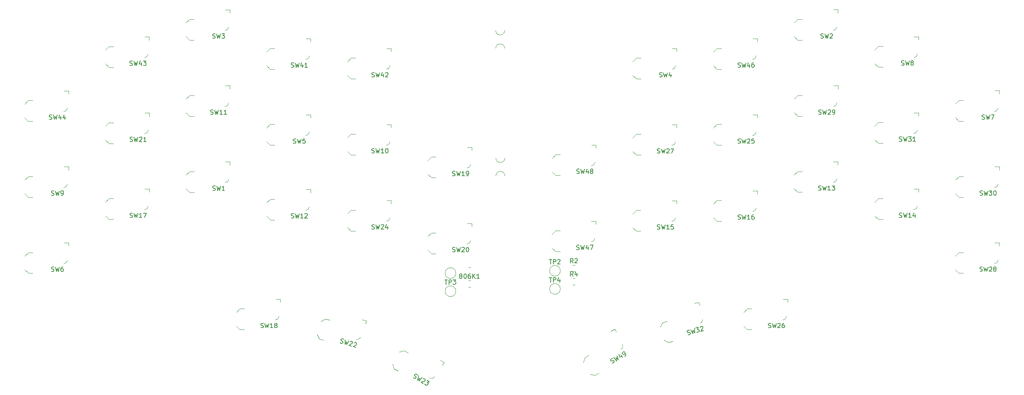
<source format=gbr>
%TF.GenerationSoftware,KiCad,Pcbnew,9.0.6*%
%TF.CreationDate,2026-01-07T23:40:19+05:30*%
%TF.ProjectId,Splitty,53706c69-7474-4792-9e6b-696361645f70,rev?*%
%TF.SameCoordinates,Original*%
%TF.FileFunction,Legend,Top*%
%TF.FilePolarity,Positive*%
%FSLAX46Y46*%
G04 Gerber Fmt 4.6, Leading zero omitted, Abs format (unit mm)*
G04 Created by KiCad (PCBNEW 9.0.6) date 2026-01-07 23:40:19*
%MOMM*%
%LPD*%
G01*
G04 APERTURE LIST*
%ADD10C,0.150000*%
%ADD11C,0.120000*%
%ADD12C,0.100000*%
G04 APERTURE END LIST*
D10*
X234217996Y-88880562D02*
X234360853Y-88928181D01*
X234360853Y-88928181D02*
X234598948Y-88928181D01*
X234598948Y-88928181D02*
X234694186Y-88880562D01*
X234694186Y-88880562D02*
X234741805Y-88832942D01*
X234741805Y-88832942D02*
X234789424Y-88737704D01*
X234789424Y-88737704D02*
X234789424Y-88642466D01*
X234789424Y-88642466D02*
X234741805Y-88547228D01*
X234741805Y-88547228D02*
X234694186Y-88499609D01*
X234694186Y-88499609D02*
X234598948Y-88451990D01*
X234598948Y-88451990D02*
X234408472Y-88404371D01*
X234408472Y-88404371D02*
X234313234Y-88356752D01*
X234313234Y-88356752D02*
X234265615Y-88309133D01*
X234265615Y-88309133D02*
X234217996Y-88213895D01*
X234217996Y-88213895D02*
X234217996Y-88118657D01*
X234217996Y-88118657D02*
X234265615Y-88023419D01*
X234265615Y-88023419D02*
X234313234Y-87975800D01*
X234313234Y-87975800D02*
X234408472Y-87928181D01*
X234408472Y-87928181D02*
X234646567Y-87928181D01*
X234646567Y-87928181D02*
X234789424Y-87975800D01*
X235122758Y-87928181D02*
X235360853Y-88928181D01*
X235360853Y-88928181D02*
X235551329Y-88213895D01*
X235551329Y-88213895D02*
X235741805Y-88928181D01*
X235741805Y-88928181D02*
X235979901Y-87928181D01*
X236265615Y-87928181D02*
X236884662Y-87928181D01*
X236884662Y-87928181D02*
X236551329Y-88309133D01*
X236551329Y-88309133D02*
X236694186Y-88309133D01*
X236694186Y-88309133D02*
X236789424Y-88356752D01*
X236789424Y-88356752D02*
X236837043Y-88404371D01*
X236837043Y-88404371D02*
X236884662Y-88499609D01*
X236884662Y-88499609D02*
X236884662Y-88737704D01*
X236884662Y-88737704D02*
X236837043Y-88832942D01*
X236837043Y-88832942D02*
X236789424Y-88880562D01*
X236789424Y-88880562D02*
X236694186Y-88928181D01*
X236694186Y-88928181D02*
X236408472Y-88928181D01*
X236408472Y-88928181D02*
X236313234Y-88880562D01*
X236313234Y-88880562D02*
X236265615Y-88832942D01*
X237837043Y-88928181D02*
X237265615Y-88928181D01*
X237551329Y-88928181D02*
X237551329Y-87928181D01*
X237551329Y-87928181D02*
X237456091Y-88071038D01*
X237456091Y-88071038D02*
X237360853Y-88166276D01*
X237360853Y-88166276D02*
X237265615Y-88213895D01*
X216674259Y-65828062D02*
X216817116Y-65875681D01*
X216817116Y-65875681D02*
X217055211Y-65875681D01*
X217055211Y-65875681D02*
X217150449Y-65828062D01*
X217150449Y-65828062D02*
X217198068Y-65780442D01*
X217198068Y-65780442D02*
X217245687Y-65685204D01*
X217245687Y-65685204D02*
X217245687Y-65589966D01*
X217245687Y-65589966D02*
X217198068Y-65494728D01*
X217198068Y-65494728D02*
X217150449Y-65447109D01*
X217150449Y-65447109D02*
X217055211Y-65399490D01*
X217055211Y-65399490D02*
X216864735Y-65351871D01*
X216864735Y-65351871D02*
X216769497Y-65304252D01*
X216769497Y-65304252D02*
X216721878Y-65256633D01*
X216721878Y-65256633D02*
X216674259Y-65161395D01*
X216674259Y-65161395D02*
X216674259Y-65066157D01*
X216674259Y-65066157D02*
X216721878Y-64970919D01*
X216721878Y-64970919D02*
X216769497Y-64923300D01*
X216769497Y-64923300D02*
X216864735Y-64875681D01*
X216864735Y-64875681D02*
X217102830Y-64875681D01*
X217102830Y-64875681D02*
X217245687Y-64923300D01*
X217579021Y-64875681D02*
X217817116Y-65875681D01*
X217817116Y-65875681D02*
X218007592Y-65161395D01*
X218007592Y-65161395D02*
X218198068Y-65875681D01*
X218198068Y-65875681D02*
X218436164Y-64875681D01*
X218769497Y-64970919D02*
X218817116Y-64923300D01*
X218817116Y-64923300D02*
X218912354Y-64875681D01*
X218912354Y-64875681D02*
X219150449Y-64875681D01*
X219150449Y-64875681D02*
X219245687Y-64923300D01*
X219245687Y-64923300D02*
X219293306Y-64970919D01*
X219293306Y-64970919D02*
X219340925Y-65066157D01*
X219340925Y-65066157D02*
X219340925Y-65161395D01*
X219340925Y-65161395D02*
X219293306Y-65304252D01*
X219293306Y-65304252D02*
X218721878Y-65875681D01*
X218721878Y-65875681D02*
X219340925Y-65875681D01*
X162177996Y-113098062D02*
X162320853Y-113145681D01*
X162320853Y-113145681D02*
X162558948Y-113145681D01*
X162558948Y-113145681D02*
X162654186Y-113098062D01*
X162654186Y-113098062D02*
X162701805Y-113050442D01*
X162701805Y-113050442D02*
X162749424Y-112955204D01*
X162749424Y-112955204D02*
X162749424Y-112859966D01*
X162749424Y-112859966D02*
X162701805Y-112764728D01*
X162701805Y-112764728D02*
X162654186Y-112717109D01*
X162654186Y-112717109D02*
X162558948Y-112669490D01*
X162558948Y-112669490D02*
X162368472Y-112621871D01*
X162368472Y-112621871D02*
X162273234Y-112574252D01*
X162273234Y-112574252D02*
X162225615Y-112526633D01*
X162225615Y-112526633D02*
X162177996Y-112431395D01*
X162177996Y-112431395D02*
X162177996Y-112336157D01*
X162177996Y-112336157D02*
X162225615Y-112240919D01*
X162225615Y-112240919D02*
X162273234Y-112193300D01*
X162273234Y-112193300D02*
X162368472Y-112145681D01*
X162368472Y-112145681D02*
X162606567Y-112145681D01*
X162606567Y-112145681D02*
X162749424Y-112193300D01*
X163082758Y-112145681D02*
X163320853Y-113145681D01*
X163320853Y-113145681D02*
X163511329Y-112431395D01*
X163511329Y-112431395D02*
X163701805Y-113145681D01*
X163701805Y-113145681D02*
X163939901Y-112145681D01*
X164749424Y-112479014D02*
X164749424Y-113145681D01*
X164511329Y-112098062D02*
X164273234Y-112812347D01*
X164273234Y-112812347D02*
X164892281Y-112812347D01*
X165177996Y-112145681D02*
X165844662Y-112145681D01*
X165844662Y-112145681D02*
X165416091Y-113145681D01*
X216217996Y-82848062D02*
X216360853Y-82895681D01*
X216360853Y-82895681D02*
X216598948Y-82895681D01*
X216598948Y-82895681D02*
X216694186Y-82848062D01*
X216694186Y-82848062D02*
X216741805Y-82800442D01*
X216741805Y-82800442D02*
X216789424Y-82705204D01*
X216789424Y-82705204D02*
X216789424Y-82609966D01*
X216789424Y-82609966D02*
X216741805Y-82514728D01*
X216741805Y-82514728D02*
X216694186Y-82467109D01*
X216694186Y-82467109D02*
X216598948Y-82419490D01*
X216598948Y-82419490D02*
X216408472Y-82371871D01*
X216408472Y-82371871D02*
X216313234Y-82324252D01*
X216313234Y-82324252D02*
X216265615Y-82276633D01*
X216265615Y-82276633D02*
X216217996Y-82181395D01*
X216217996Y-82181395D02*
X216217996Y-82086157D01*
X216217996Y-82086157D02*
X216265615Y-81990919D01*
X216265615Y-81990919D02*
X216313234Y-81943300D01*
X216313234Y-81943300D02*
X216408472Y-81895681D01*
X216408472Y-81895681D02*
X216646567Y-81895681D01*
X216646567Y-81895681D02*
X216789424Y-81943300D01*
X217122758Y-81895681D02*
X217360853Y-82895681D01*
X217360853Y-82895681D02*
X217551329Y-82181395D01*
X217551329Y-82181395D02*
X217741805Y-82895681D01*
X217741805Y-82895681D02*
X217979901Y-81895681D01*
X218313234Y-81990919D02*
X218360853Y-81943300D01*
X218360853Y-81943300D02*
X218456091Y-81895681D01*
X218456091Y-81895681D02*
X218694186Y-81895681D01*
X218694186Y-81895681D02*
X218789424Y-81943300D01*
X218789424Y-81943300D02*
X218837043Y-81990919D01*
X218837043Y-81990919D02*
X218884662Y-82086157D01*
X218884662Y-82086157D02*
X218884662Y-82181395D01*
X218884662Y-82181395D02*
X218837043Y-82324252D01*
X218837043Y-82324252D02*
X218265615Y-82895681D01*
X218265615Y-82895681D02*
X218884662Y-82895681D01*
X219360853Y-82895681D02*
X219551329Y-82895681D01*
X219551329Y-82895681D02*
X219646567Y-82848062D01*
X219646567Y-82848062D02*
X219694186Y-82800442D01*
X219694186Y-82800442D02*
X219789424Y-82657585D01*
X219789424Y-82657585D02*
X219837043Y-82467109D01*
X219837043Y-82467109D02*
X219837043Y-82086157D01*
X219837043Y-82086157D02*
X219789424Y-81990919D01*
X219789424Y-81990919D02*
X219741805Y-81943300D01*
X219741805Y-81943300D02*
X219646567Y-81895681D01*
X219646567Y-81895681D02*
X219456091Y-81895681D01*
X219456091Y-81895681D02*
X219360853Y-81943300D01*
X219360853Y-81943300D02*
X219313234Y-81990919D01*
X219313234Y-81990919D02*
X219265615Y-82086157D01*
X219265615Y-82086157D02*
X219265615Y-82324252D01*
X219265615Y-82324252D02*
X219313234Y-82419490D01*
X219313234Y-82419490D02*
X219360853Y-82467109D01*
X219360853Y-82467109D02*
X219456091Y-82514728D01*
X219456091Y-82514728D02*
X219646567Y-82514728D01*
X219646567Y-82514728D02*
X219741805Y-82467109D01*
X219741805Y-82467109D02*
X219789424Y-82419490D01*
X219789424Y-82419490D02*
X219837043Y-82324252D01*
X116464050Y-108499935D02*
X116606907Y-108547554D01*
X116606907Y-108547554D02*
X116845002Y-108547554D01*
X116845002Y-108547554D02*
X116940240Y-108499935D01*
X116940240Y-108499935D02*
X116987859Y-108452315D01*
X116987859Y-108452315D02*
X117035478Y-108357077D01*
X117035478Y-108357077D02*
X117035478Y-108261839D01*
X117035478Y-108261839D02*
X116987859Y-108166601D01*
X116987859Y-108166601D02*
X116940240Y-108118982D01*
X116940240Y-108118982D02*
X116845002Y-108071363D01*
X116845002Y-108071363D02*
X116654526Y-108023744D01*
X116654526Y-108023744D02*
X116559288Y-107976125D01*
X116559288Y-107976125D02*
X116511669Y-107928506D01*
X116511669Y-107928506D02*
X116464050Y-107833268D01*
X116464050Y-107833268D02*
X116464050Y-107738030D01*
X116464050Y-107738030D02*
X116511669Y-107642792D01*
X116511669Y-107642792D02*
X116559288Y-107595173D01*
X116559288Y-107595173D02*
X116654526Y-107547554D01*
X116654526Y-107547554D02*
X116892621Y-107547554D01*
X116892621Y-107547554D02*
X117035478Y-107595173D01*
X117368812Y-107547554D02*
X117606907Y-108547554D01*
X117606907Y-108547554D02*
X117797383Y-107833268D01*
X117797383Y-107833268D02*
X117987859Y-108547554D01*
X117987859Y-108547554D02*
X118225955Y-107547554D01*
X118559288Y-107642792D02*
X118606907Y-107595173D01*
X118606907Y-107595173D02*
X118702145Y-107547554D01*
X118702145Y-107547554D02*
X118940240Y-107547554D01*
X118940240Y-107547554D02*
X119035478Y-107595173D01*
X119035478Y-107595173D02*
X119083097Y-107642792D01*
X119083097Y-107642792D02*
X119130716Y-107738030D01*
X119130716Y-107738030D02*
X119130716Y-107833268D01*
X119130716Y-107833268D02*
X119083097Y-107976125D01*
X119083097Y-107976125D02*
X118511669Y-108547554D01*
X118511669Y-108547554D02*
X119130716Y-108547554D01*
X119987859Y-107880887D02*
X119987859Y-108547554D01*
X119749764Y-107499935D02*
X119511669Y-108214220D01*
X119511669Y-108214220D02*
X120130716Y-108214220D01*
X204977996Y-130568062D02*
X205120853Y-130615681D01*
X205120853Y-130615681D02*
X205358948Y-130615681D01*
X205358948Y-130615681D02*
X205454186Y-130568062D01*
X205454186Y-130568062D02*
X205501805Y-130520442D01*
X205501805Y-130520442D02*
X205549424Y-130425204D01*
X205549424Y-130425204D02*
X205549424Y-130329966D01*
X205549424Y-130329966D02*
X205501805Y-130234728D01*
X205501805Y-130234728D02*
X205454186Y-130187109D01*
X205454186Y-130187109D02*
X205358948Y-130139490D01*
X205358948Y-130139490D02*
X205168472Y-130091871D01*
X205168472Y-130091871D02*
X205073234Y-130044252D01*
X205073234Y-130044252D02*
X205025615Y-129996633D01*
X205025615Y-129996633D02*
X204977996Y-129901395D01*
X204977996Y-129901395D02*
X204977996Y-129806157D01*
X204977996Y-129806157D02*
X205025615Y-129710919D01*
X205025615Y-129710919D02*
X205073234Y-129663300D01*
X205073234Y-129663300D02*
X205168472Y-129615681D01*
X205168472Y-129615681D02*
X205406567Y-129615681D01*
X205406567Y-129615681D02*
X205549424Y-129663300D01*
X205882758Y-129615681D02*
X206120853Y-130615681D01*
X206120853Y-130615681D02*
X206311329Y-129901395D01*
X206311329Y-129901395D02*
X206501805Y-130615681D01*
X206501805Y-130615681D02*
X206739901Y-129615681D01*
X207073234Y-129710919D02*
X207120853Y-129663300D01*
X207120853Y-129663300D02*
X207216091Y-129615681D01*
X207216091Y-129615681D02*
X207454186Y-129615681D01*
X207454186Y-129615681D02*
X207549424Y-129663300D01*
X207549424Y-129663300D02*
X207597043Y-129710919D01*
X207597043Y-129710919D02*
X207644662Y-129806157D01*
X207644662Y-129806157D02*
X207644662Y-129901395D01*
X207644662Y-129901395D02*
X207597043Y-130044252D01*
X207597043Y-130044252D02*
X207025615Y-130615681D01*
X207025615Y-130615681D02*
X207644662Y-130615681D01*
X208501805Y-129615681D02*
X208311329Y-129615681D01*
X208311329Y-129615681D02*
X208216091Y-129663300D01*
X208216091Y-129663300D02*
X208168472Y-129710919D01*
X208168472Y-129710919D02*
X208073234Y-129853776D01*
X208073234Y-129853776D02*
X208025615Y-130044252D01*
X208025615Y-130044252D02*
X208025615Y-130425204D01*
X208025615Y-130425204D02*
X208073234Y-130520442D01*
X208073234Y-130520442D02*
X208120853Y-130568062D01*
X208120853Y-130568062D02*
X208216091Y-130615681D01*
X208216091Y-130615681D02*
X208406567Y-130615681D01*
X208406567Y-130615681D02*
X208501805Y-130568062D01*
X208501805Y-130568062D02*
X208549424Y-130520442D01*
X208549424Y-130520442D02*
X208597043Y-130425204D01*
X208597043Y-130425204D02*
X208597043Y-130187109D01*
X208597043Y-130187109D02*
X208549424Y-130091871D01*
X208549424Y-130091871D02*
X208501805Y-130044252D01*
X208501805Y-130044252D02*
X208406567Y-129996633D01*
X208406567Y-129996633D02*
X208216091Y-129996633D01*
X208216091Y-129996633D02*
X208120853Y-130044252D01*
X208120853Y-130044252D02*
X208073234Y-130091871D01*
X208073234Y-130091871D02*
X208025615Y-130187109D01*
X80920241Y-65839935D02*
X81063098Y-65887554D01*
X81063098Y-65887554D02*
X81301193Y-65887554D01*
X81301193Y-65887554D02*
X81396431Y-65839935D01*
X81396431Y-65839935D02*
X81444050Y-65792315D01*
X81444050Y-65792315D02*
X81491669Y-65697077D01*
X81491669Y-65697077D02*
X81491669Y-65601839D01*
X81491669Y-65601839D02*
X81444050Y-65506601D01*
X81444050Y-65506601D02*
X81396431Y-65458982D01*
X81396431Y-65458982D02*
X81301193Y-65411363D01*
X81301193Y-65411363D02*
X81110717Y-65363744D01*
X81110717Y-65363744D02*
X81015479Y-65316125D01*
X81015479Y-65316125D02*
X80967860Y-65268506D01*
X80967860Y-65268506D02*
X80920241Y-65173268D01*
X80920241Y-65173268D02*
X80920241Y-65078030D01*
X80920241Y-65078030D02*
X80967860Y-64982792D01*
X80967860Y-64982792D02*
X81015479Y-64935173D01*
X81015479Y-64935173D02*
X81110717Y-64887554D01*
X81110717Y-64887554D02*
X81348812Y-64887554D01*
X81348812Y-64887554D02*
X81491669Y-64935173D01*
X81825003Y-64887554D02*
X82063098Y-65887554D01*
X82063098Y-65887554D02*
X82253574Y-65173268D01*
X82253574Y-65173268D02*
X82444050Y-65887554D01*
X82444050Y-65887554D02*
X82682146Y-64887554D01*
X82967860Y-64887554D02*
X83586907Y-64887554D01*
X83586907Y-64887554D02*
X83253574Y-65268506D01*
X83253574Y-65268506D02*
X83396431Y-65268506D01*
X83396431Y-65268506D02*
X83491669Y-65316125D01*
X83491669Y-65316125D02*
X83539288Y-65363744D01*
X83539288Y-65363744D02*
X83586907Y-65458982D01*
X83586907Y-65458982D02*
X83586907Y-65697077D01*
X83586907Y-65697077D02*
X83539288Y-65792315D01*
X83539288Y-65792315D02*
X83491669Y-65839935D01*
X83491669Y-65839935D02*
X83396431Y-65887554D01*
X83396431Y-65887554D02*
X83110717Y-65887554D01*
X83110717Y-65887554D02*
X83015479Y-65839935D01*
X83015479Y-65839935D02*
X82967860Y-65792315D01*
X180188068Y-108528062D02*
X180330925Y-108575681D01*
X180330925Y-108575681D02*
X180569020Y-108575681D01*
X180569020Y-108575681D02*
X180664258Y-108528062D01*
X180664258Y-108528062D02*
X180711877Y-108480442D01*
X180711877Y-108480442D02*
X180759496Y-108385204D01*
X180759496Y-108385204D02*
X180759496Y-108289966D01*
X180759496Y-108289966D02*
X180711877Y-108194728D01*
X180711877Y-108194728D02*
X180664258Y-108147109D01*
X180664258Y-108147109D02*
X180569020Y-108099490D01*
X180569020Y-108099490D02*
X180378544Y-108051871D01*
X180378544Y-108051871D02*
X180283306Y-108004252D01*
X180283306Y-108004252D02*
X180235687Y-107956633D01*
X180235687Y-107956633D02*
X180188068Y-107861395D01*
X180188068Y-107861395D02*
X180188068Y-107766157D01*
X180188068Y-107766157D02*
X180235687Y-107670919D01*
X180235687Y-107670919D02*
X180283306Y-107623300D01*
X180283306Y-107623300D02*
X180378544Y-107575681D01*
X180378544Y-107575681D02*
X180616639Y-107575681D01*
X180616639Y-107575681D02*
X180759496Y-107623300D01*
X181092830Y-107575681D02*
X181330925Y-108575681D01*
X181330925Y-108575681D02*
X181521401Y-107861395D01*
X181521401Y-107861395D02*
X181711877Y-108575681D01*
X181711877Y-108575681D02*
X181949973Y-107575681D01*
X182854734Y-108575681D02*
X182283306Y-108575681D01*
X182569020Y-108575681D02*
X182569020Y-107575681D01*
X182569020Y-107575681D02*
X182473782Y-107718538D01*
X182473782Y-107718538D02*
X182378544Y-107813776D01*
X182378544Y-107813776D02*
X182283306Y-107861395D01*
X183759496Y-107575681D02*
X183283306Y-107575681D01*
X183283306Y-107575681D02*
X183235687Y-108051871D01*
X183235687Y-108051871D02*
X183283306Y-108004252D01*
X183283306Y-108004252D02*
X183378544Y-107956633D01*
X183378544Y-107956633D02*
X183616639Y-107956633D01*
X183616639Y-107956633D02*
X183711877Y-108004252D01*
X183711877Y-108004252D02*
X183759496Y-108051871D01*
X183759496Y-108051871D02*
X183807115Y-108147109D01*
X183807115Y-108147109D02*
X183807115Y-108385204D01*
X183807115Y-108385204D02*
X183759496Y-108480442D01*
X183759496Y-108480442D02*
X183711877Y-108528062D01*
X183711877Y-108528062D02*
X183616639Y-108575681D01*
X183616639Y-108575681D02*
X183378544Y-108575681D01*
X183378544Y-108575681D02*
X183283306Y-108528062D01*
X183283306Y-108528062D02*
X183235687Y-108480442D01*
X156075615Y-119387681D02*
X156647043Y-119387681D01*
X156361329Y-120387681D02*
X156361329Y-119387681D01*
X156980377Y-120387681D02*
X156980377Y-119387681D01*
X156980377Y-119387681D02*
X157361329Y-119387681D01*
X157361329Y-119387681D02*
X157456567Y-119435300D01*
X157456567Y-119435300D02*
X157504186Y-119482919D01*
X157504186Y-119482919D02*
X157551805Y-119578157D01*
X157551805Y-119578157D02*
X157551805Y-119721014D01*
X157551805Y-119721014D02*
X157504186Y-119816252D01*
X157504186Y-119816252D02*
X157456567Y-119863871D01*
X157456567Y-119863871D02*
X157361329Y-119911490D01*
X157361329Y-119911490D02*
X156980377Y-119911490D01*
X158408948Y-119721014D02*
X158408948Y-120387681D01*
X158170853Y-119340062D02*
X157932758Y-120054347D01*
X157932758Y-120054347D02*
X158551805Y-120054347D01*
X156075615Y-115337681D02*
X156647043Y-115337681D01*
X156361329Y-116337681D02*
X156361329Y-115337681D01*
X156980377Y-116337681D02*
X156980377Y-115337681D01*
X156980377Y-115337681D02*
X157361329Y-115337681D01*
X157361329Y-115337681D02*
X157456567Y-115385300D01*
X157456567Y-115385300D02*
X157504186Y-115432919D01*
X157504186Y-115432919D02*
X157551805Y-115528157D01*
X157551805Y-115528157D02*
X157551805Y-115671014D01*
X157551805Y-115671014D02*
X157504186Y-115766252D01*
X157504186Y-115766252D02*
X157456567Y-115813871D01*
X157456567Y-115813871D02*
X157361329Y-115861490D01*
X157361329Y-115861490D02*
X156980377Y-115861490D01*
X157932758Y-115432919D02*
X157980377Y-115385300D01*
X157980377Y-115385300D02*
X158075615Y-115337681D01*
X158075615Y-115337681D02*
X158313710Y-115337681D01*
X158313710Y-115337681D02*
X158408948Y-115385300D01*
X158408948Y-115385300D02*
X158456567Y-115432919D01*
X158456567Y-115432919D02*
X158504186Y-115528157D01*
X158504186Y-115528157D02*
X158504186Y-115623395D01*
X158504186Y-115623395D02*
X158456567Y-115766252D01*
X158456567Y-115766252D02*
X157885139Y-116337681D01*
X157885139Y-116337681D02*
X158504186Y-116337681D01*
X162192996Y-96098062D02*
X162335853Y-96145681D01*
X162335853Y-96145681D02*
X162573948Y-96145681D01*
X162573948Y-96145681D02*
X162669186Y-96098062D01*
X162669186Y-96098062D02*
X162716805Y-96050442D01*
X162716805Y-96050442D02*
X162764424Y-95955204D01*
X162764424Y-95955204D02*
X162764424Y-95859966D01*
X162764424Y-95859966D02*
X162716805Y-95764728D01*
X162716805Y-95764728D02*
X162669186Y-95717109D01*
X162669186Y-95717109D02*
X162573948Y-95669490D01*
X162573948Y-95669490D02*
X162383472Y-95621871D01*
X162383472Y-95621871D02*
X162288234Y-95574252D01*
X162288234Y-95574252D02*
X162240615Y-95526633D01*
X162240615Y-95526633D02*
X162192996Y-95431395D01*
X162192996Y-95431395D02*
X162192996Y-95336157D01*
X162192996Y-95336157D02*
X162240615Y-95240919D01*
X162240615Y-95240919D02*
X162288234Y-95193300D01*
X162288234Y-95193300D02*
X162383472Y-95145681D01*
X162383472Y-95145681D02*
X162621567Y-95145681D01*
X162621567Y-95145681D02*
X162764424Y-95193300D01*
X163097758Y-95145681D02*
X163335853Y-96145681D01*
X163335853Y-96145681D02*
X163526329Y-95431395D01*
X163526329Y-95431395D02*
X163716805Y-96145681D01*
X163716805Y-96145681D02*
X163954901Y-95145681D01*
X164764424Y-95479014D02*
X164764424Y-96145681D01*
X164526329Y-95098062D02*
X164288234Y-95812347D01*
X164288234Y-95812347D02*
X164907281Y-95812347D01*
X165431091Y-95574252D02*
X165335853Y-95526633D01*
X165335853Y-95526633D02*
X165288234Y-95479014D01*
X165288234Y-95479014D02*
X165240615Y-95383776D01*
X165240615Y-95383776D02*
X165240615Y-95336157D01*
X165240615Y-95336157D02*
X165288234Y-95240919D01*
X165288234Y-95240919D02*
X165335853Y-95193300D01*
X165335853Y-95193300D02*
X165431091Y-95145681D01*
X165431091Y-95145681D02*
X165621567Y-95145681D01*
X165621567Y-95145681D02*
X165716805Y-95193300D01*
X165716805Y-95193300D02*
X165764424Y-95240919D01*
X165764424Y-95240919D02*
X165812043Y-95336157D01*
X165812043Y-95336157D02*
X165812043Y-95383776D01*
X165812043Y-95383776D02*
X165764424Y-95479014D01*
X165764424Y-95479014D02*
X165716805Y-95526633D01*
X165716805Y-95526633D02*
X165621567Y-95574252D01*
X165621567Y-95574252D02*
X165431091Y-95574252D01*
X165431091Y-95574252D02*
X165335853Y-95621871D01*
X165335853Y-95621871D02*
X165288234Y-95669490D01*
X165288234Y-95669490D02*
X165240615Y-95764728D01*
X165240615Y-95764728D02*
X165240615Y-95955204D01*
X165240615Y-95955204D02*
X165288234Y-96050442D01*
X165288234Y-96050442D02*
X165335853Y-96098062D01*
X165335853Y-96098062D02*
X165431091Y-96145681D01*
X165431091Y-96145681D02*
X165621567Y-96145681D01*
X165621567Y-96145681D02*
X165716805Y-96098062D01*
X165716805Y-96098062D02*
X165764424Y-96050442D01*
X165764424Y-96050442D02*
X165812043Y-95955204D01*
X165812043Y-95955204D02*
X165812043Y-95764728D01*
X165812043Y-95764728D02*
X165764424Y-95669490D01*
X165764424Y-95669490D02*
X165716805Y-95621871D01*
X165716805Y-95621871D02*
X165621567Y-95574252D01*
X80454050Y-82849935D02*
X80596907Y-82897554D01*
X80596907Y-82897554D02*
X80835002Y-82897554D01*
X80835002Y-82897554D02*
X80930240Y-82849935D01*
X80930240Y-82849935D02*
X80977859Y-82802315D01*
X80977859Y-82802315D02*
X81025478Y-82707077D01*
X81025478Y-82707077D02*
X81025478Y-82611839D01*
X81025478Y-82611839D02*
X80977859Y-82516601D01*
X80977859Y-82516601D02*
X80930240Y-82468982D01*
X80930240Y-82468982D02*
X80835002Y-82421363D01*
X80835002Y-82421363D02*
X80644526Y-82373744D01*
X80644526Y-82373744D02*
X80549288Y-82326125D01*
X80549288Y-82326125D02*
X80501669Y-82278506D01*
X80501669Y-82278506D02*
X80454050Y-82183268D01*
X80454050Y-82183268D02*
X80454050Y-82088030D01*
X80454050Y-82088030D02*
X80501669Y-81992792D01*
X80501669Y-81992792D02*
X80549288Y-81945173D01*
X80549288Y-81945173D02*
X80644526Y-81897554D01*
X80644526Y-81897554D02*
X80882621Y-81897554D01*
X80882621Y-81897554D02*
X81025478Y-81945173D01*
X81358812Y-81897554D02*
X81596907Y-82897554D01*
X81596907Y-82897554D02*
X81787383Y-82183268D01*
X81787383Y-82183268D02*
X81977859Y-82897554D01*
X81977859Y-82897554D02*
X82215955Y-81897554D01*
X83120716Y-82897554D02*
X82549288Y-82897554D01*
X82835002Y-82897554D02*
X82835002Y-81897554D01*
X82835002Y-81897554D02*
X82739764Y-82040411D01*
X82739764Y-82040411D02*
X82644526Y-82135649D01*
X82644526Y-82135649D02*
X82549288Y-82183268D01*
X84073097Y-82897554D02*
X83501669Y-82897554D01*
X83787383Y-82897554D02*
X83787383Y-81897554D01*
X83787383Y-81897554D02*
X83692145Y-82040411D01*
X83692145Y-82040411D02*
X83596907Y-82135649D01*
X83596907Y-82135649D02*
X83501669Y-82183268D01*
X134464050Y-96596635D02*
X134606907Y-96644254D01*
X134606907Y-96644254D02*
X134845002Y-96644254D01*
X134845002Y-96644254D02*
X134940240Y-96596635D01*
X134940240Y-96596635D02*
X134987859Y-96549015D01*
X134987859Y-96549015D02*
X135035478Y-96453777D01*
X135035478Y-96453777D02*
X135035478Y-96358539D01*
X135035478Y-96358539D02*
X134987859Y-96263301D01*
X134987859Y-96263301D02*
X134940240Y-96215682D01*
X134940240Y-96215682D02*
X134845002Y-96168063D01*
X134845002Y-96168063D02*
X134654526Y-96120444D01*
X134654526Y-96120444D02*
X134559288Y-96072825D01*
X134559288Y-96072825D02*
X134511669Y-96025206D01*
X134511669Y-96025206D02*
X134464050Y-95929968D01*
X134464050Y-95929968D02*
X134464050Y-95834730D01*
X134464050Y-95834730D02*
X134511669Y-95739492D01*
X134511669Y-95739492D02*
X134559288Y-95691873D01*
X134559288Y-95691873D02*
X134654526Y-95644254D01*
X134654526Y-95644254D02*
X134892621Y-95644254D01*
X134892621Y-95644254D02*
X135035478Y-95691873D01*
X135368812Y-95644254D02*
X135606907Y-96644254D01*
X135606907Y-96644254D02*
X135797383Y-95929968D01*
X135797383Y-95929968D02*
X135987859Y-96644254D01*
X135987859Y-96644254D02*
X136225955Y-95644254D01*
X137130716Y-96644254D02*
X136559288Y-96644254D01*
X136845002Y-96644254D02*
X136845002Y-95644254D01*
X136845002Y-95644254D02*
X136749764Y-95787111D01*
X136749764Y-95787111D02*
X136654526Y-95882349D01*
X136654526Y-95882349D02*
X136559288Y-95929968D01*
X137606907Y-96644254D02*
X137797383Y-96644254D01*
X137797383Y-96644254D02*
X137892621Y-96596635D01*
X137892621Y-96596635D02*
X137940240Y-96549015D01*
X137940240Y-96549015D02*
X138035478Y-96406158D01*
X138035478Y-96406158D02*
X138083097Y-96215682D01*
X138083097Y-96215682D02*
X138083097Y-95834730D01*
X138083097Y-95834730D02*
X138035478Y-95739492D01*
X138035478Y-95739492D02*
X137987859Y-95691873D01*
X137987859Y-95691873D02*
X137892621Y-95644254D01*
X137892621Y-95644254D02*
X137702145Y-95644254D01*
X137702145Y-95644254D02*
X137606907Y-95691873D01*
X137606907Y-95691873D02*
X137559288Y-95739492D01*
X137559288Y-95739492D02*
X137511669Y-95834730D01*
X137511669Y-95834730D02*
X137511669Y-96072825D01*
X137511669Y-96072825D02*
X137559288Y-96168063D01*
X137559288Y-96168063D02*
X137606907Y-96215682D01*
X137606907Y-96215682D02*
X137702145Y-96263301D01*
X137702145Y-96263301D02*
X137892621Y-96263301D01*
X137892621Y-96263301D02*
X137987859Y-96215682D01*
X137987859Y-96215682D02*
X138035478Y-96168063D01*
X138035478Y-96168063D02*
X138083097Y-96072825D01*
X198197996Y-89328062D02*
X198340853Y-89375681D01*
X198340853Y-89375681D02*
X198578948Y-89375681D01*
X198578948Y-89375681D02*
X198674186Y-89328062D01*
X198674186Y-89328062D02*
X198721805Y-89280442D01*
X198721805Y-89280442D02*
X198769424Y-89185204D01*
X198769424Y-89185204D02*
X198769424Y-89089966D01*
X198769424Y-89089966D02*
X198721805Y-88994728D01*
X198721805Y-88994728D02*
X198674186Y-88947109D01*
X198674186Y-88947109D02*
X198578948Y-88899490D01*
X198578948Y-88899490D02*
X198388472Y-88851871D01*
X198388472Y-88851871D02*
X198293234Y-88804252D01*
X198293234Y-88804252D02*
X198245615Y-88756633D01*
X198245615Y-88756633D02*
X198197996Y-88661395D01*
X198197996Y-88661395D02*
X198197996Y-88566157D01*
X198197996Y-88566157D02*
X198245615Y-88470919D01*
X198245615Y-88470919D02*
X198293234Y-88423300D01*
X198293234Y-88423300D02*
X198388472Y-88375681D01*
X198388472Y-88375681D02*
X198626567Y-88375681D01*
X198626567Y-88375681D02*
X198769424Y-88423300D01*
X199102758Y-88375681D02*
X199340853Y-89375681D01*
X199340853Y-89375681D02*
X199531329Y-88661395D01*
X199531329Y-88661395D02*
X199721805Y-89375681D01*
X199721805Y-89375681D02*
X199959901Y-88375681D01*
X200293234Y-88470919D02*
X200340853Y-88423300D01*
X200340853Y-88423300D02*
X200436091Y-88375681D01*
X200436091Y-88375681D02*
X200674186Y-88375681D01*
X200674186Y-88375681D02*
X200769424Y-88423300D01*
X200769424Y-88423300D02*
X200817043Y-88470919D01*
X200817043Y-88470919D02*
X200864662Y-88566157D01*
X200864662Y-88566157D02*
X200864662Y-88661395D01*
X200864662Y-88661395D02*
X200817043Y-88804252D01*
X200817043Y-88804252D02*
X200245615Y-89375681D01*
X200245615Y-89375681D02*
X200864662Y-89375681D01*
X201769424Y-88375681D02*
X201293234Y-88375681D01*
X201293234Y-88375681D02*
X201245615Y-88851871D01*
X201245615Y-88851871D02*
X201293234Y-88804252D01*
X201293234Y-88804252D02*
X201388472Y-88756633D01*
X201388472Y-88756633D02*
X201626567Y-88756633D01*
X201626567Y-88756633D02*
X201721805Y-88804252D01*
X201721805Y-88804252D02*
X201769424Y-88851871D01*
X201769424Y-88851871D02*
X201817043Y-88947109D01*
X201817043Y-88947109D02*
X201817043Y-89185204D01*
X201817043Y-89185204D02*
X201769424Y-89280442D01*
X201769424Y-89280442D02*
X201721805Y-89328062D01*
X201721805Y-89328062D02*
X201626567Y-89375681D01*
X201626567Y-89375681D02*
X201388472Y-89375681D01*
X201388472Y-89375681D02*
X201293234Y-89328062D01*
X201293234Y-89328062D02*
X201245615Y-89280442D01*
X234208068Y-105908062D02*
X234350925Y-105955681D01*
X234350925Y-105955681D02*
X234589020Y-105955681D01*
X234589020Y-105955681D02*
X234684258Y-105908062D01*
X234684258Y-105908062D02*
X234731877Y-105860442D01*
X234731877Y-105860442D02*
X234779496Y-105765204D01*
X234779496Y-105765204D02*
X234779496Y-105669966D01*
X234779496Y-105669966D02*
X234731877Y-105574728D01*
X234731877Y-105574728D02*
X234684258Y-105527109D01*
X234684258Y-105527109D02*
X234589020Y-105479490D01*
X234589020Y-105479490D02*
X234398544Y-105431871D01*
X234398544Y-105431871D02*
X234303306Y-105384252D01*
X234303306Y-105384252D02*
X234255687Y-105336633D01*
X234255687Y-105336633D02*
X234208068Y-105241395D01*
X234208068Y-105241395D02*
X234208068Y-105146157D01*
X234208068Y-105146157D02*
X234255687Y-105050919D01*
X234255687Y-105050919D02*
X234303306Y-105003300D01*
X234303306Y-105003300D02*
X234398544Y-104955681D01*
X234398544Y-104955681D02*
X234636639Y-104955681D01*
X234636639Y-104955681D02*
X234779496Y-105003300D01*
X235112830Y-104955681D02*
X235350925Y-105955681D01*
X235350925Y-105955681D02*
X235541401Y-105241395D01*
X235541401Y-105241395D02*
X235731877Y-105955681D01*
X235731877Y-105955681D02*
X235969973Y-104955681D01*
X236874734Y-105955681D02*
X236303306Y-105955681D01*
X236589020Y-105955681D02*
X236589020Y-104955681D01*
X236589020Y-104955681D02*
X236493782Y-105098538D01*
X236493782Y-105098538D02*
X236398544Y-105193776D01*
X236398544Y-105193776D02*
X236303306Y-105241395D01*
X237731877Y-105289014D02*
X237731877Y-105955681D01*
X237493782Y-104908062D02*
X237255687Y-105622347D01*
X237255687Y-105622347D02*
X237874734Y-105622347D01*
X180674187Y-74518062D02*
X180817044Y-74565681D01*
X180817044Y-74565681D02*
X181055139Y-74565681D01*
X181055139Y-74565681D02*
X181150377Y-74518062D01*
X181150377Y-74518062D02*
X181197996Y-74470442D01*
X181197996Y-74470442D02*
X181245615Y-74375204D01*
X181245615Y-74375204D02*
X181245615Y-74279966D01*
X181245615Y-74279966D02*
X181197996Y-74184728D01*
X181197996Y-74184728D02*
X181150377Y-74137109D01*
X181150377Y-74137109D02*
X181055139Y-74089490D01*
X181055139Y-74089490D02*
X180864663Y-74041871D01*
X180864663Y-74041871D02*
X180769425Y-73994252D01*
X180769425Y-73994252D02*
X180721806Y-73946633D01*
X180721806Y-73946633D02*
X180674187Y-73851395D01*
X180674187Y-73851395D02*
X180674187Y-73756157D01*
X180674187Y-73756157D02*
X180721806Y-73660919D01*
X180721806Y-73660919D02*
X180769425Y-73613300D01*
X180769425Y-73613300D02*
X180864663Y-73565681D01*
X180864663Y-73565681D02*
X181102758Y-73565681D01*
X181102758Y-73565681D02*
X181245615Y-73613300D01*
X181578949Y-73565681D02*
X181817044Y-74565681D01*
X181817044Y-74565681D02*
X182007520Y-73851395D01*
X182007520Y-73851395D02*
X182197996Y-74565681D01*
X182197996Y-74565681D02*
X182436092Y-73565681D01*
X183245615Y-73899014D02*
X183245615Y-74565681D01*
X183007520Y-73518062D02*
X182769425Y-74232347D01*
X182769425Y-74232347D02*
X183388472Y-74232347D01*
X98940241Y-89329935D02*
X99083098Y-89377554D01*
X99083098Y-89377554D02*
X99321193Y-89377554D01*
X99321193Y-89377554D02*
X99416431Y-89329935D01*
X99416431Y-89329935D02*
X99464050Y-89282315D01*
X99464050Y-89282315D02*
X99511669Y-89187077D01*
X99511669Y-89187077D02*
X99511669Y-89091839D01*
X99511669Y-89091839D02*
X99464050Y-88996601D01*
X99464050Y-88996601D02*
X99416431Y-88948982D01*
X99416431Y-88948982D02*
X99321193Y-88901363D01*
X99321193Y-88901363D02*
X99130717Y-88853744D01*
X99130717Y-88853744D02*
X99035479Y-88806125D01*
X99035479Y-88806125D02*
X98987860Y-88758506D01*
X98987860Y-88758506D02*
X98940241Y-88663268D01*
X98940241Y-88663268D02*
X98940241Y-88568030D01*
X98940241Y-88568030D02*
X98987860Y-88472792D01*
X98987860Y-88472792D02*
X99035479Y-88425173D01*
X99035479Y-88425173D02*
X99130717Y-88377554D01*
X99130717Y-88377554D02*
X99368812Y-88377554D01*
X99368812Y-88377554D02*
X99511669Y-88425173D01*
X99845003Y-88377554D02*
X100083098Y-89377554D01*
X100083098Y-89377554D02*
X100273574Y-88663268D01*
X100273574Y-88663268D02*
X100464050Y-89377554D01*
X100464050Y-89377554D02*
X100702146Y-88377554D01*
X101559288Y-88377554D02*
X101083098Y-88377554D01*
X101083098Y-88377554D02*
X101035479Y-88853744D01*
X101035479Y-88853744D02*
X101083098Y-88806125D01*
X101083098Y-88806125D02*
X101178336Y-88758506D01*
X101178336Y-88758506D02*
X101416431Y-88758506D01*
X101416431Y-88758506D02*
X101511669Y-88806125D01*
X101511669Y-88806125D02*
X101559288Y-88853744D01*
X101559288Y-88853744D02*
X101606907Y-88948982D01*
X101606907Y-88948982D02*
X101606907Y-89187077D01*
X101606907Y-89187077D02*
X101559288Y-89282315D01*
X101559288Y-89282315D02*
X101511669Y-89329935D01*
X101511669Y-89329935D02*
X101416431Y-89377554D01*
X101416431Y-89377554D02*
X101178336Y-89377554D01*
X101178336Y-89377554D02*
X101083098Y-89329935D01*
X101083098Y-89329935D02*
X101035479Y-89282315D01*
X98474050Y-106029935D02*
X98616907Y-106077554D01*
X98616907Y-106077554D02*
X98855002Y-106077554D01*
X98855002Y-106077554D02*
X98950240Y-106029935D01*
X98950240Y-106029935D02*
X98997859Y-105982315D01*
X98997859Y-105982315D02*
X99045478Y-105887077D01*
X99045478Y-105887077D02*
X99045478Y-105791839D01*
X99045478Y-105791839D02*
X98997859Y-105696601D01*
X98997859Y-105696601D02*
X98950240Y-105648982D01*
X98950240Y-105648982D02*
X98855002Y-105601363D01*
X98855002Y-105601363D02*
X98664526Y-105553744D01*
X98664526Y-105553744D02*
X98569288Y-105506125D01*
X98569288Y-105506125D02*
X98521669Y-105458506D01*
X98521669Y-105458506D02*
X98474050Y-105363268D01*
X98474050Y-105363268D02*
X98474050Y-105268030D01*
X98474050Y-105268030D02*
X98521669Y-105172792D01*
X98521669Y-105172792D02*
X98569288Y-105125173D01*
X98569288Y-105125173D02*
X98664526Y-105077554D01*
X98664526Y-105077554D02*
X98902621Y-105077554D01*
X98902621Y-105077554D02*
X99045478Y-105125173D01*
X99378812Y-105077554D02*
X99616907Y-106077554D01*
X99616907Y-106077554D02*
X99807383Y-105363268D01*
X99807383Y-105363268D02*
X99997859Y-106077554D01*
X99997859Y-106077554D02*
X100235955Y-105077554D01*
X101140716Y-106077554D02*
X100569288Y-106077554D01*
X100855002Y-106077554D02*
X100855002Y-105077554D01*
X100855002Y-105077554D02*
X100759764Y-105220411D01*
X100759764Y-105220411D02*
X100664526Y-105315649D01*
X100664526Y-105315649D02*
X100569288Y-105363268D01*
X101521669Y-105172792D02*
X101569288Y-105125173D01*
X101569288Y-105125173D02*
X101664526Y-105077554D01*
X101664526Y-105077554D02*
X101902621Y-105077554D01*
X101902621Y-105077554D02*
X101997859Y-105125173D01*
X101997859Y-105125173D02*
X102045478Y-105172792D01*
X102045478Y-105172792D02*
X102093097Y-105268030D01*
X102093097Y-105268030D02*
X102093097Y-105363268D01*
X102093097Y-105363268D02*
X102045478Y-105506125D01*
X102045478Y-105506125D02*
X101474050Y-106077554D01*
X101474050Y-106077554D02*
X102093097Y-106077554D01*
X44449050Y-83969935D02*
X44591907Y-84017554D01*
X44591907Y-84017554D02*
X44830002Y-84017554D01*
X44830002Y-84017554D02*
X44925240Y-83969935D01*
X44925240Y-83969935D02*
X44972859Y-83922315D01*
X44972859Y-83922315D02*
X45020478Y-83827077D01*
X45020478Y-83827077D02*
X45020478Y-83731839D01*
X45020478Y-83731839D02*
X44972859Y-83636601D01*
X44972859Y-83636601D02*
X44925240Y-83588982D01*
X44925240Y-83588982D02*
X44830002Y-83541363D01*
X44830002Y-83541363D02*
X44639526Y-83493744D01*
X44639526Y-83493744D02*
X44544288Y-83446125D01*
X44544288Y-83446125D02*
X44496669Y-83398506D01*
X44496669Y-83398506D02*
X44449050Y-83303268D01*
X44449050Y-83303268D02*
X44449050Y-83208030D01*
X44449050Y-83208030D02*
X44496669Y-83112792D01*
X44496669Y-83112792D02*
X44544288Y-83065173D01*
X44544288Y-83065173D02*
X44639526Y-83017554D01*
X44639526Y-83017554D02*
X44877621Y-83017554D01*
X44877621Y-83017554D02*
X45020478Y-83065173D01*
X45353812Y-83017554D02*
X45591907Y-84017554D01*
X45591907Y-84017554D02*
X45782383Y-83303268D01*
X45782383Y-83303268D02*
X45972859Y-84017554D01*
X45972859Y-84017554D02*
X46210955Y-83017554D01*
X47020478Y-83350887D02*
X47020478Y-84017554D01*
X46782383Y-82969935D02*
X46544288Y-83684220D01*
X46544288Y-83684220D02*
X47163335Y-83684220D01*
X47972859Y-83350887D02*
X47972859Y-84017554D01*
X47734764Y-82969935D02*
X47496669Y-83684220D01*
X47496669Y-83684220D02*
X48115716Y-83684220D01*
X125699867Y-141709206D02*
X125799775Y-141821874D01*
X125799775Y-141821874D02*
X126005972Y-141940922D01*
X126005972Y-141940922D02*
X126112260Y-141947301D01*
X126112260Y-141947301D02*
X126177309Y-141929872D01*
X126177309Y-141929872D02*
X126266167Y-141871203D01*
X126266167Y-141871203D02*
X126313786Y-141788724D01*
X126313786Y-141788724D02*
X126320166Y-141682436D01*
X126320166Y-141682436D02*
X126302736Y-141617387D01*
X126302736Y-141617387D02*
X126244067Y-141528529D01*
X126244067Y-141528529D02*
X126102919Y-141392051D01*
X126102919Y-141392051D02*
X126044250Y-141303193D01*
X126044250Y-141303193D02*
X126026821Y-141238144D01*
X126026821Y-141238144D02*
X126033200Y-141131856D01*
X126033200Y-141131856D02*
X126080819Y-141049377D01*
X126080819Y-141049377D02*
X126169678Y-140990708D01*
X126169678Y-140990708D02*
X126234726Y-140973278D01*
X126234726Y-140973278D02*
X126341015Y-140979658D01*
X126341015Y-140979658D02*
X126547211Y-141098706D01*
X126547211Y-141098706D02*
X126647120Y-141211374D01*
X126959604Y-141336801D02*
X126665801Y-142321874D01*
X126665801Y-142321874D02*
X127187901Y-141798523D01*
X127187901Y-141798523D02*
X126995715Y-142512350D01*
X126995715Y-142512350D02*
X127701912Y-141765372D01*
X127942968Y-142014518D02*
X128008017Y-141997088D01*
X128008017Y-141997088D02*
X128114305Y-142003468D01*
X128114305Y-142003468D02*
X128320501Y-142122515D01*
X128320501Y-142122515D02*
X128379170Y-142211374D01*
X128379170Y-142211374D02*
X128396600Y-142276422D01*
X128396600Y-142276422D02*
X128390220Y-142382711D01*
X128390220Y-142382711D02*
X128342601Y-142465189D01*
X128342601Y-142465189D02*
X128229933Y-142565098D01*
X128229933Y-142565098D02*
X127449347Y-142774255D01*
X127449347Y-142774255D02*
X127985458Y-143083779D01*
X128774134Y-142384420D02*
X129310245Y-142693944D01*
X129310245Y-142693944D02*
X128831093Y-142857192D01*
X128831093Y-142857192D02*
X128954811Y-142928620D01*
X128954811Y-142928620D02*
X129013480Y-143017479D01*
X129013480Y-143017479D02*
X129030910Y-143082527D01*
X129030910Y-143082527D02*
X129024530Y-143188815D01*
X129024530Y-143188815D02*
X128905483Y-143395012D01*
X128905483Y-143395012D02*
X128816624Y-143453681D01*
X128816624Y-143453681D02*
X128751575Y-143471111D01*
X128751575Y-143471111D02*
X128645287Y-143464731D01*
X128645287Y-143464731D02*
X128397851Y-143321874D01*
X128397851Y-143321874D02*
X128339182Y-143233016D01*
X128339182Y-143233016D02*
X128321753Y-143167967D01*
X98464050Y-72329935D02*
X98606907Y-72377554D01*
X98606907Y-72377554D02*
X98845002Y-72377554D01*
X98845002Y-72377554D02*
X98940240Y-72329935D01*
X98940240Y-72329935D02*
X98987859Y-72282315D01*
X98987859Y-72282315D02*
X99035478Y-72187077D01*
X99035478Y-72187077D02*
X99035478Y-72091839D01*
X99035478Y-72091839D02*
X98987859Y-71996601D01*
X98987859Y-71996601D02*
X98940240Y-71948982D01*
X98940240Y-71948982D02*
X98845002Y-71901363D01*
X98845002Y-71901363D02*
X98654526Y-71853744D01*
X98654526Y-71853744D02*
X98559288Y-71806125D01*
X98559288Y-71806125D02*
X98511669Y-71758506D01*
X98511669Y-71758506D02*
X98464050Y-71663268D01*
X98464050Y-71663268D02*
X98464050Y-71568030D01*
X98464050Y-71568030D02*
X98511669Y-71472792D01*
X98511669Y-71472792D02*
X98559288Y-71425173D01*
X98559288Y-71425173D02*
X98654526Y-71377554D01*
X98654526Y-71377554D02*
X98892621Y-71377554D01*
X98892621Y-71377554D02*
X99035478Y-71425173D01*
X99368812Y-71377554D02*
X99606907Y-72377554D01*
X99606907Y-72377554D02*
X99797383Y-71663268D01*
X99797383Y-71663268D02*
X99987859Y-72377554D01*
X99987859Y-72377554D02*
X100225955Y-71377554D01*
X101035478Y-71710887D02*
X101035478Y-72377554D01*
X100797383Y-71329935D02*
X100559288Y-72044220D01*
X100559288Y-72044220D02*
X101178335Y-72044220D01*
X102083097Y-72377554D02*
X101511669Y-72377554D01*
X101797383Y-72377554D02*
X101797383Y-71377554D01*
X101797383Y-71377554D02*
X101702145Y-71520411D01*
X101702145Y-71520411D02*
X101606907Y-71615649D01*
X101606907Y-71615649D02*
X101511669Y-71663268D01*
X234699187Y-71878062D02*
X234842044Y-71925681D01*
X234842044Y-71925681D02*
X235080139Y-71925681D01*
X235080139Y-71925681D02*
X235175377Y-71878062D01*
X235175377Y-71878062D02*
X235222996Y-71830442D01*
X235222996Y-71830442D02*
X235270615Y-71735204D01*
X235270615Y-71735204D02*
X235270615Y-71639966D01*
X235270615Y-71639966D02*
X235222996Y-71544728D01*
X235222996Y-71544728D02*
X235175377Y-71497109D01*
X235175377Y-71497109D02*
X235080139Y-71449490D01*
X235080139Y-71449490D02*
X234889663Y-71401871D01*
X234889663Y-71401871D02*
X234794425Y-71354252D01*
X234794425Y-71354252D02*
X234746806Y-71306633D01*
X234746806Y-71306633D02*
X234699187Y-71211395D01*
X234699187Y-71211395D02*
X234699187Y-71116157D01*
X234699187Y-71116157D02*
X234746806Y-71020919D01*
X234746806Y-71020919D02*
X234794425Y-70973300D01*
X234794425Y-70973300D02*
X234889663Y-70925681D01*
X234889663Y-70925681D02*
X235127758Y-70925681D01*
X235127758Y-70925681D02*
X235270615Y-70973300D01*
X235603949Y-70925681D02*
X235842044Y-71925681D01*
X235842044Y-71925681D02*
X236032520Y-71211395D01*
X236032520Y-71211395D02*
X236222996Y-71925681D01*
X236222996Y-71925681D02*
X236461092Y-70925681D01*
X236984901Y-71354252D02*
X236889663Y-71306633D01*
X236889663Y-71306633D02*
X236842044Y-71259014D01*
X236842044Y-71259014D02*
X236794425Y-71163776D01*
X236794425Y-71163776D02*
X236794425Y-71116157D01*
X236794425Y-71116157D02*
X236842044Y-71020919D01*
X236842044Y-71020919D02*
X236889663Y-70973300D01*
X236889663Y-70973300D02*
X236984901Y-70925681D01*
X236984901Y-70925681D02*
X237175377Y-70925681D01*
X237175377Y-70925681D02*
X237270615Y-70973300D01*
X237270615Y-70973300D02*
X237318234Y-71020919D01*
X237318234Y-71020919D02*
X237365853Y-71116157D01*
X237365853Y-71116157D02*
X237365853Y-71163776D01*
X237365853Y-71163776D02*
X237318234Y-71259014D01*
X237318234Y-71259014D02*
X237270615Y-71306633D01*
X237270615Y-71306633D02*
X237175377Y-71354252D01*
X237175377Y-71354252D02*
X236984901Y-71354252D01*
X236984901Y-71354252D02*
X236889663Y-71401871D01*
X236889663Y-71401871D02*
X236842044Y-71449490D01*
X236842044Y-71449490D02*
X236794425Y-71544728D01*
X236794425Y-71544728D02*
X236794425Y-71735204D01*
X236794425Y-71735204D02*
X236842044Y-71830442D01*
X236842044Y-71830442D02*
X236889663Y-71878062D01*
X236889663Y-71878062D02*
X236984901Y-71925681D01*
X236984901Y-71925681D02*
X237175377Y-71925681D01*
X237175377Y-71925681D02*
X237270615Y-71878062D01*
X237270615Y-71878062D02*
X237318234Y-71830442D01*
X237318234Y-71830442D02*
X237365853Y-71735204D01*
X237365853Y-71735204D02*
X237365853Y-71544728D01*
X237365853Y-71544728D02*
X237318234Y-71449490D01*
X237318234Y-71449490D02*
X237270615Y-71401871D01*
X237270615Y-71401871D02*
X237175377Y-71354252D01*
X116464050Y-74509935D02*
X116606907Y-74557554D01*
X116606907Y-74557554D02*
X116845002Y-74557554D01*
X116845002Y-74557554D02*
X116940240Y-74509935D01*
X116940240Y-74509935D02*
X116987859Y-74462315D01*
X116987859Y-74462315D02*
X117035478Y-74367077D01*
X117035478Y-74367077D02*
X117035478Y-74271839D01*
X117035478Y-74271839D02*
X116987859Y-74176601D01*
X116987859Y-74176601D02*
X116940240Y-74128982D01*
X116940240Y-74128982D02*
X116845002Y-74081363D01*
X116845002Y-74081363D02*
X116654526Y-74033744D01*
X116654526Y-74033744D02*
X116559288Y-73986125D01*
X116559288Y-73986125D02*
X116511669Y-73938506D01*
X116511669Y-73938506D02*
X116464050Y-73843268D01*
X116464050Y-73843268D02*
X116464050Y-73748030D01*
X116464050Y-73748030D02*
X116511669Y-73652792D01*
X116511669Y-73652792D02*
X116559288Y-73605173D01*
X116559288Y-73605173D02*
X116654526Y-73557554D01*
X116654526Y-73557554D02*
X116892621Y-73557554D01*
X116892621Y-73557554D02*
X117035478Y-73605173D01*
X117368812Y-73557554D02*
X117606907Y-74557554D01*
X117606907Y-74557554D02*
X117797383Y-73843268D01*
X117797383Y-73843268D02*
X117987859Y-74557554D01*
X117987859Y-74557554D02*
X118225955Y-73557554D01*
X119035478Y-73890887D02*
X119035478Y-74557554D01*
X118797383Y-73509935D02*
X118559288Y-74224220D01*
X118559288Y-74224220D02*
X119178335Y-74224220D01*
X119511669Y-73652792D02*
X119559288Y-73605173D01*
X119559288Y-73605173D02*
X119654526Y-73557554D01*
X119654526Y-73557554D02*
X119892621Y-73557554D01*
X119892621Y-73557554D02*
X119987859Y-73605173D01*
X119987859Y-73605173D02*
X120035478Y-73652792D01*
X120035478Y-73652792D02*
X120083097Y-73748030D01*
X120083097Y-73748030D02*
X120083097Y-73843268D01*
X120083097Y-73843268D02*
X120035478Y-73986125D01*
X120035478Y-73986125D02*
X119464050Y-74557554D01*
X119464050Y-74557554D02*
X120083097Y-74557554D01*
X198198068Y-72328062D02*
X198340925Y-72375681D01*
X198340925Y-72375681D02*
X198579020Y-72375681D01*
X198579020Y-72375681D02*
X198674258Y-72328062D01*
X198674258Y-72328062D02*
X198721877Y-72280442D01*
X198721877Y-72280442D02*
X198769496Y-72185204D01*
X198769496Y-72185204D02*
X198769496Y-72089966D01*
X198769496Y-72089966D02*
X198721877Y-71994728D01*
X198721877Y-71994728D02*
X198674258Y-71947109D01*
X198674258Y-71947109D02*
X198579020Y-71899490D01*
X198579020Y-71899490D02*
X198388544Y-71851871D01*
X198388544Y-71851871D02*
X198293306Y-71804252D01*
X198293306Y-71804252D02*
X198245687Y-71756633D01*
X198245687Y-71756633D02*
X198198068Y-71661395D01*
X198198068Y-71661395D02*
X198198068Y-71566157D01*
X198198068Y-71566157D02*
X198245687Y-71470919D01*
X198245687Y-71470919D02*
X198293306Y-71423300D01*
X198293306Y-71423300D02*
X198388544Y-71375681D01*
X198388544Y-71375681D02*
X198626639Y-71375681D01*
X198626639Y-71375681D02*
X198769496Y-71423300D01*
X199102830Y-71375681D02*
X199340925Y-72375681D01*
X199340925Y-72375681D02*
X199531401Y-71661395D01*
X199531401Y-71661395D02*
X199721877Y-72375681D01*
X199721877Y-72375681D02*
X199959973Y-71375681D01*
X200769496Y-71709014D02*
X200769496Y-72375681D01*
X200531401Y-71328062D02*
X200293306Y-72042347D01*
X200293306Y-72042347D02*
X200912353Y-72042347D01*
X201721877Y-71375681D02*
X201531401Y-71375681D01*
X201531401Y-71375681D02*
X201436163Y-71423300D01*
X201436163Y-71423300D02*
X201388544Y-71470919D01*
X201388544Y-71470919D02*
X201293306Y-71613776D01*
X201293306Y-71613776D02*
X201245687Y-71804252D01*
X201245687Y-71804252D02*
X201245687Y-72185204D01*
X201245687Y-72185204D02*
X201293306Y-72280442D01*
X201293306Y-72280442D02*
X201340925Y-72328062D01*
X201340925Y-72328062D02*
X201436163Y-72375681D01*
X201436163Y-72375681D02*
X201626639Y-72375681D01*
X201626639Y-72375681D02*
X201721877Y-72328062D01*
X201721877Y-72328062D02*
X201769496Y-72280442D01*
X201769496Y-72280442D02*
X201817115Y-72185204D01*
X201817115Y-72185204D02*
X201817115Y-71947109D01*
X201817115Y-71947109D02*
X201769496Y-71851871D01*
X201769496Y-71851871D02*
X201721877Y-71804252D01*
X201721877Y-71804252D02*
X201626639Y-71756633D01*
X201626639Y-71756633D02*
X201436163Y-71756633D01*
X201436163Y-71756633D02*
X201340925Y-71804252D01*
X201340925Y-71804252D02*
X201293306Y-71851871D01*
X201293306Y-71851871D02*
X201245687Y-71947109D01*
X134464050Y-113586635D02*
X134606907Y-113634254D01*
X134606907Y-113634254D02*
X134845002Y-113634254D01*
X134845002Y-113634254D02*
X134940240Y-113586635D01*
X134940240Y-113586635D02*
X134987859Y-113539015D01*
X134987859Y-113539015D02*
X135035478Y-113443777D01*
X135035478Y-113443777D02*
X135035478Y-113348539D01*
X135035478Y-113348539D02*
X134987859Y-113253301D01*
X134987859Y-113253301D02*
X134940240Y-113205682D01*
X134940240Y-113205682D02*
X134845002Y-113158063D01*
X134845002Y-113158063D02*
X134654526Y-113110444D01*
X134654526Y-113110444D02*
X134559288Y-113062825D01*
X134559288Y-113062825D02*
X134511669Y-113015206D01*
X134511669Y-113015206D02*
X134464050Y-112919968D01*
X134464050Y-112919968D02*
X134464050Y-112824730D01*
X134464050Y-112824730D02*
X134511669Y-112729492D01*
X134511669Y-112729492D02*
X134559288Y-112681873D01*
X134559288Y-112681873D02*
X134654526Y-112634254D01*
X134654526Y-112634254D02*
X134892621Y-112634254D01*
X134892621Y-112634254D02*
X135035478Y-112681873D01*
X135368812Y-112634254D02*
X135606907Y-113634254D01*
X135606907Y-113634254D02*
X135797383Y-112919968D01*
X135797383Y-112919968D02*
X135987859Y-113634254D01*
X135987859Y-113634254D02*
X136225955Y-112634254D01*
X136559288Y-112729492D02*
X136606907Y-112681873D01*
X136606907Y-112681873D02*
X136702145Y-112634254D01*
X136702145Y-112634254D02*
X136940240Y-112634254D01*
X136940240Y-112634254D02*
X137035478Y-112681873D01*
X137035478Y-112681873D02*
X137083097Y-112729492D01*
X137083097Y-112729492D02*
X137130716Y-112824730D01*
X137130716Y-112824730D02*
X137130716Y-112919968D01*
X137130716Y-112919968D02*
X137083097Y-113062825D01*
X137083097Y-113062825D02*
X136511669Y-113634254D01*
X136511669Y-113634254D02*
X137130716Y-113634254D01*
X137749764Y-112634254D02*
X137845002Y-112634254D01*
X137845002Y-112634254D02*
X137940240Y-112681873D01*
X137940240Y-112681873D02*
X137987859Y-112729492D01*
X137987859Y-112729492D02*
X138035478Y-112824730D01*
X138035478Y-112824730D02*
X138083097Y-113015206D01*
X138083097Y-113015206D02*
X138083097Y-113253301D01*
X138083097Y-113253301D02*
X138035478Y-113443777D01*
X138035478Y-113443777D02*
X137987859Y-113539015D01*
X137987859Y-113539015D02*
X137940240Y-113586635D01*
X137940240Y-113586635D02*
X137845002Y-113634254D01*
X137845002Y-113634254D02*
X137749764Y-113634254D01*
X137749764Y-113634254D02*
X137654526Y-113586635D01*
X137654526Y-113586635D02*
X137606907Y-113539015D01*
X137606907Y-113539015D02*
X137559288Y-113443777D01*
X137559288Y-113443777D02*
X137511669Y-113253301D01*
X137511669Y-113253301D02*
X137511669Y-113015206D01*
X137511669Y-113015206D02*
X137559288Y-112824730D01*
X137559288Y-112824730D02*
X137606907Y-112729492D01*
X137606907Y-112729492D02*
X137654526Y-112681873D01*
X137654526Y-112681873D02*
X137749764Y-112634254D01*
X252227996Y-100948062D02*
X252370853Y-100995681D01*
X252370853Y-100995681D02*
X252608948Y-100995681D01*
X252608948Y-100995681D02*
X252704186Y-100948062D01*
X252704186Y-100948062D02*
X252751805Y-100900442D01*
X252751805Y-100900442D02*
X252799424Y-100805204D01*
X252799424Y-100805204D02*
X252799424Y-100709966D01*
X252799424Y-100709966D02*
X252751805Y-100614728D01*
X252751805Y-100614728D02*
X252704186Y-100567109D01*
X252704186Y-100567109D02*
X252608948Y-100519490D01*
X252608948Y-100519490D02*
X252418472Y-100471871D01*
X252418472Y-100471871D02*
X252323234Y-100424252D01*
X252323234Y-100424252D02*
X252275615Y-100376633D01*
X252275615Y-100376633D02*
X252227996Y-100281395D01*
X252227996Y-100281395D02*
X252227996Y-100186157D01*
X252227996Y-100186157D02*
X252275615Y-100090919D01*
X252275615Y-100090919D02*
X252323234Y-100043300D01*
X252323234Y-100043300D02*
X252418472Y-99995681D01*
X252418472Y-99995681D02*
X252656567Y-99995681D01*
X252656567Y-99995681D02*
X252799424Y-100043300D01*
X253132758Y-99995681D02*
X253370853Y-100995681D01*
X253370853Y-100995681D02*
X253561329Y-100281395D01*
X253561329Y-100281395D02*
X253751805Y-100995681D01*
X253751805Y-100995681D02*
X253989901Y-99995681D01*
X254275615Y-99995681D02*
X254894662Y-99995681D01*
X254894662Y-99995681D02*
X254561329Y-100376633D01*
X254561329Y-100376633D02*
X254704186Y-100376633D01*
X254704186Y-100376633D02*
X254799424Y-100424252D01*
X254799424Y-100424252D02*
X254847043Y-100471871D01*
X254847043Y-100471871D02*
X254894662Y-100567109D01*
X254894662Y-100567109D02*
X254894662Y-100805204D01*
X254894662Y-100805204D02*
X254847043Y-100900442D01*
X254847043Y-100900442D02*
X254799424Y-100948062D01*
X254799424Y-100948062D02*
X254704186Y-100995681D01*
X254704186Y-100995681D02*
X254418472Y-100995681D01*
X254418472Y-100995681D02*
X254323234Y-100948062D01*
X254323234Y-100948062D02*
X254275615Y-100900442D01*
X255513710Y-99995681D02*
X255608948Y-99995681D01*
X255608948Y-99995681D02*
X255704186Y-100043300D01*
X255704186Y-100043300D02*
X255751805Y-100090919D01*
X255751805Y-100090919D02*
X255799424Y-100186157D01*
X255799424Y-100186157D02*
X255847043Y-100376633D01*
X255847043Y-100376633D02*
X255847043Y-100614728D01*
X255847043Y-100614728D02*
X255799424Y-100805204D01*
X255799424Y-100805204D02*
X255751805Y-100900442D01*
X255751805Y-100900442D02*
X255704186Y-100948062D01*
X255704186Y-100948062D02*
X255608948Y-100995681D01*
X255608948Y-100995681D02*
X255513710Y-100995681D01*
X255513710Y-100995681D02*
X255418472Y-100948062D01*
X255418472Y-100948062D02*
X255370853Y-100900442D01*
X255370853Y-100900442D02*
X255323234Y-100805204D01*
X255323234Y-100805204D02*
X255275615Y-100614728D01*
X255275615Y-100614728D02*
X255275615Y-100376633D01*
X255275615Y-100376633D02*
X255323234Y-100186157D01*
X255323234Y-100186157D02*
X255370853Y-100090919D01*
X255370853Y-100090919D02*
X255418472Y-100043300D01*
X255418472Y-100043300D02*
X255513710Y-99995681D01*
X170139026Y-138519262D02*
X170286553Y-138489073D01*
X170286553Y-138489073D02*
X170492750Y-138370025D01*
X170492750Y-138370025D02*
X170551419Y-138281167D01*
X170551419Y-138281167D02*
X170568849Y-138216118D01*
X170568849Y-138216118D02*
X170562469Y-138109830D01*
X170562469Y-138109830D02*
X170514850Y-138027351D01*
X170514850Y-138027351D02*
X170425992Y-137968682D01*
X170425992Y-137968682D02*
X170360943Y-137951252D01*
X170360943Y-137951252D02*
X170254655Y-137957632D01*
X170254655Y-137957632D02*
X170065888Y-138011631D01*
X170065888Y-138011631D02*
X169959600Y-138018011D01*
X169959600Y-138018011D02*
X169894551Y-138000581D01*
X169894551Y-138000581D02*
X169805693Y-137941912D01*
X169805693Y-137941912D02*
X169758074Y-137859433D01*
X169758074Y-137859433D02*
X169751694Y-137753145D01*
X169751694Y-137753145D02*
X169769124Y-137688096D01*
X169769124Y-137688096D02*
X169827793Y-137599238D01*
X169827793Y-137599238D02*
X170033989Y-137480190D01*
X170033989Y-137480190D02*
X170181517Y-137450001D01*
X170446382Y-137242095D02*
X171152579Y-137989073D01*
X171152579Y-137989073D02*
X170960393Y-137275245D01*
X170960393Y-137275245D02*
X171482493Y-137798596D01*
X171482493Y-137798596D02*
X171188690Y-136813523D01*
X172056424Y-136697437D02*
X172389758Y-137274787D01*
X171659752Y-136486570D02*
X171810698Y-137224207D01*
X171810698Y-137224207D02*
X172346809Y-136914683D01*
X172884630Y-136989073D02*
X173049587Y-136893835D01*
X173049587Y-136893835D02*
X173108256Y-136804976D01*
X173108256Y-136804976D02*
X173125686Y-136739927D01*
X173125686Y-136739927D02*
X173136736Y-136568590D01*
X173136736Y-136568590D02*
X173082737Y-136379824D01*
X173082737Y-136379824D02*
X172892261Y-136049909D01*
X172892261Y-136049909D02*
X172803402Y-135991240D01*
X172803402Y-135991240D02*
X172738353Y-135973810D01*
X172738353Y-135973810D02*
X172632065Y-135980190D01*
X172632065Y-135980190D02*
X172467108Y-136075428D01*
X172467108Y-136075428D02*
X172408439Y-136164287D01*
X172408439Y-136164287D02*
X172391009Y-136229335D01*
X172391009Y-136229335D02*
X172397389Y-136335624D01*
X172397389Y-136335624D02*
X172516437Y-136541820D01*
X172516437Y-136541820D02*
X172605295Y-136600489D01*
X172605295Y-136600489D02*
X172670344Y-136617919D01*
X172670344Y-136617919D02*
X172776632Y-136611539D01*
X172776632Y-136611539D02*
X172941589Y-136516301D01*
X172941589Y-136516301D02*
X173000258Y-136427443D01*
X173000258Y-136427443D02*
X173017688Y-136362394D01*
X173017688Y-136362394D02*
X173011308Y-136256106D01*
X132769169Y-119899554D02*
X133340597Y-119899554D01*
X133054883Y-120899554D02*
X133054883Y-119899554D01*
X133673931Y-120899554D02*
X133673931Y-119899554D01*
X133673931Y-119899554D02*
X134054883Y-119899554D01*
X134054883Y-119899554D02*
X134150121Y-119947173D01*
X134150121Y-119947173D02*
X134197740Y-119994792D01*
X134197740Y-119994792D02*
X134245359Y-120090030D01*
X134245359Y-120090030D02*
X134245359Y-120232887D01*
X134245359Y-120232887D02*
X134197740Y-120328125D01*
X134197740Y-120328125D02*
X134150121Y-120375744D01*
X134150121Y-120375744D02*
X134054883Y-120423363D01*
X134054883Y-120423363D02*
X133673931Y-120423363D01*
X134578693Y-119899554D02*
X135197740Y-119899554D01*
X135197740Y-119899554D02*
X134864407Y-120280506D01*
X134864407Y-120280506D02*
X135007264Y-120280506D01*
X135007264Y-120280506D02*
X135102502Y-120328125D01*
X135102502Y-120328125D02*
X135150121Y-120375744D01*
X135150121Y-120375744D02*
X135197740Y-120470982D01*
X135197740Y-120470982D02*
X135197740Y-120709077D01*
X135197740Y-120709077D02*
X135150121Y-120804315D01*
X135150121Y-120804315D02*
X135102502Y-120851935D01*
X135102502Y-120851935D02*
X135007264Y-120899554D01*
X135007264Y-120899554D02*
X134721550Y-120899554D01*
X134721550Y-120899554D02*
X134626312Y-120851935D01*
X134626312Y-120851935D02*
X134578693Y-120804315D01*
X80940241Y-99859935D02*
X81083098Y-99907554D01*
X81083098Y-99907554D02*
X81321193Y-99907554D01*
X81321193Y-99907554D02*
X81416431Y-99859935D01*
X81416431Y-99859935D02*
X81464050Y-99812315D01*
X81464050Y-99812315D02*
X81511669Y-99717077D01*
X81511669Y-99717077D02*
X81511669Y-99621839D01*
X81511669Y-99621839D02*
X81464050Y-99526601D01*
X81464050Y-99526601D02*
X81416431Y-99478982D01*
X81416431Y-99478982D02*
X81321193Y-99431363D01*
X81321193Y-99431363D02*
X81130717Y-99383744D01*
X81130717Y-99383744D02*
X81035479Y-99336125D01*
X81035479Y-99336125D02*
X80987860Y-99288506D01*
X80987860Y-99288506D02*
X80940241Y-99193268D01*
X80940241Y-99193268D02*
X80940241Y-99098030D01*
X80940241Y-99098030D02*
X80987860Y-99002792D01*
X80987860Y-99002792D02*
X81035479Y-98955173D01*
X81035479Y-98955173D02*
X81130717Y-98907554D01*
X81130717Y-98907554D02*
X81368812Y-98907554D01*
X81368812Y-98907554D02*
X81511669Y-98955173D01*
X81845003Y-98907554D02*
X82083098Y-99907554D01*
X82083098Y-99907554D02*
X82273574Y-99193268D01*
X82273574Y-99193268D02*
X82464050Y-99907554D01*
X82464050Y-99907554D02*
X82702146Y-98907554D01*
X83606907Y-99907554D02*
X83035479Y-99907554D01*
X83321193Y-99907554D02*
X83321193Y-98907554D01*
X83321193Y-98907554D02*
X83225955Y-99050411D01*
X83225955Y-99050411D02*
X83130717Y-99145649D01*
X83130717Y-99145649D02*
X83035479Y-99193268D01*
X198198068Y-106320562D02*
X198340925Y-106368181D01*
X198340925Y-106368181D02*
X198579020Y-106368181D01*
X198579020Y-106368181D02*
X198674258Y-106320562D01*
X198674258Y-106320562D02*
X198721877Y-106272942D01*
X198721877Y-106272942D02*
X198769496Y-106177704D01*
X198769496Y-106177704D02*
X198769496Y-106082466D01*
X198769496Y-106082466D02*
X198721877Y-105987228D01*
X198721877Y-105987228D02*
X198674258Y-105939609D01*
X198674258Y-105939609D02*
X198579020Y-105891990D01*
X198579020Y-105891990D02*
X198388544Y-105844371D01*
X198388544Y-105844371D02*
X198293306Y-105796752D01*
X198293306Y-105796752D02*
X198245687Y-105749133D01*
X198245687Y-105749133D02*
X198198068Y-105653895D01*
X198198068Y-105653895D02*
X198198068Y-105558657D01*
X198198068Y-105558657D02*
X198245687Y-105463419D01*
X198245687Y-105463419D02*
X198293306Y-105415800D01*
X198293306Y-105415800D02*
X198388544Y-105368181D01*
X198388544Y-105368181D02*
X198626639Y-105368181D01*
X198626639Y-105368181D02*
X198769496Y-105415800D01*
X199102830Y-105368181D02*
X199340925Y-106368181D01*
X199340925Y-106368181D02*
X199531401Y-105653895D01*
X199531401Y-105653895D02*
X199721877Y-106368181D01*
X199721877Y-106368181D02*
X199959973Y-105368181D01*
X200864734Y-106368181D02*
X200293306Y-106368181D01*
X200579020Y-106368181D02*
X200579020Y-105368181D01*
X200579020Y-105368181D02*
X200483782Y-105511038D01*
X200483782Y-105511038D02*
X200388544Y-105606276D01*
X200388544Y-105606276D02*
X200293306Y-105653895D01*
X201721877Y-105368181D02*
X201531401Y-105368181D01*
X201531401Y-105368181D02*
X201436163Y-105415800D01*
X201436163Y-105415800D02*
X201388544Y-105463419D01*
X201388544Y-105463419D02*
X201293306Y-105606276D01*
X201293306Y-105606276D02*
X201245687Y-105796752D01*
X201245687Y-105796752D02*
X201245687Y-106177704D01*
X201245687Y-106177704D02*
X201293306Y-106272942D01*
X201293306Y-106272942D02*
X201340925Y-106320562D01*
X201340925Y-106320562D02*
X201436163Y-106368181D01*
X201436163Y-106368181D02*
X201626639Y-106368181D01*
X201626639Y-106368181D02*
X201721877Y-106320562D01*
X201721877Y-106320562D02*
X201769496Y-106272942D01*
X201769496Y-106272942D02*
X201817115Y-106177704D01*
X201817115Y-106177704D02*
X201817115Y-105939609D01*
X201817115Y-105939609D02*
X201769496Y-105844371D01*
X201769496Y-105844371D02*
X201721877Y-105796752D01*
X201721877Y-105796752D02*
X201626639Y-105749133D01*
X201626639Y-105749133D02*
X201436163Y-105749133D01*
X201436163Y-105749133D02*
X201340925Y-105796752D01*
X201340925Y-105796752D02*
X201293306Y-105844371D01*
X201293306Y-105844371D02*
X201245687Y-105939609D01*
X109391561Y-133950906D02*
X109515759Y-134036057D01*
X109515759Y-134036057D02*
X109744630Y-134101685D01*
X109744630Y-134101685D02*
X109849305Y-134082162D01*
X109849305Y-134082162D02*
X109908205Y-134049513D01*
X109908205Y-134049513D02*
X109980230Y-133971090D01*
X109980230Y-133971090D02*
X110006481Y-133879541D01*
X110006481Y-133879541D02*
X109986958Y-133774867D01*
X109986958Y-133774867D02*
X109954309Y-133715967D01*
X109954309Y-133715967D02*
X109875886Y-133643941D01*
X109875886Y-133643941D02*
X109705914Y-133545665D01*
X109705914Y-133545665D02*
X109627491Y-133473639D01*
X109627491Y-133473639D02*
X109594842Y-133414739D01*
X109594842Y-133414739D02*
X109575319Y-133310065D01*
X109575319Y-133310065D02*
X109601570Y-133218516D01*
X109601570Y-133218516D02*
X109673596Y-133140093D01*
X109673596Y-133140093D02*
X109732496Y-133107444D01*
X109732496Y-133107444D02*
X109837170Y-133087921D01*
X109837170Y-133087921D02*
X110066042Y-133153549D01*
X110066042Y-133153549D02*
X110190240Y-133238700D01*
X110523786Y-133284805D02*
X110477020Y-134311694D01*
X110477020Y-134311694D02*
X110857002Y-133677581D01*
X110857002Y-133677581D02*
X110843215Y-134416699D01*
X110843215Y-134416699D02*
X111347724Y-133521065D01*
X111641894Y-133704493D02*
X111700794Y-133671844D01*
X111700794Y-133671844D02*
X111805468Y-133652321D01*
X111805468Y-133652321D02*
X112034340Y-133717949D01*
X112034340Y-133717949D02*
X112112763Y-133789975D01*
X112112763Y-133789975D02*
X112145412Y-133848875D01*
X112145412Y-133848875D02*
X112164935Y-133953549D01*
X112164935Y-133953549D02*
X112138684Y-134045098D01*
X112138684Y-134045098D02*
X112053533Y-134169295D01*
X112053533Y-134169295D02*
X111346733Y-134561081D01*
X111346733Y-134561081D02*
X111941800Y-134731713D01*
X112557381Y-133967005D02*
X112616281Y-133934356D01*
X112616281Y-133934356D02*
X112720955Y-133914833D01*
X112720955Y-133914833D02*
X112949827Y-133980461D01*
X112949827Y-133980461D02*
X113028250Y-134052486D01*
X113028250Y-134052486D02*
X113060899Y-134111386D01*
X113060899Y-134111386D02*
X113080422Y-134216061D01*
X113080422Y-134216061D02*
X113054171Y-134307609D01*
X113054171Y-134307609D02*
X112969020Y-134431807D01*
X112969020Y-134431807D02*
X112262220Y-134823592D01*
X112262220Y-134823592D02*
X112857287Y-134994225D01*
X216187996Y-99838062D02*
X216330853Y-99885681D01*
X216330853Y-99885681D02*
X216568948Y-99885681D01*
X216568948Y-99885681D02*
X216664186Y-99838062D01*
X216664186Y-99838062D02*
X216711805Y-99790442D01*
X216711805Y-99790442D02*
X216759424Y-99695204D01*
X216759424Y-99695204D02*
X216759424Y-99599966D01*
X216759424Y-99599966D02*
X216711805Y-99504728D01*
X216711805Y-99504728D02*
X216664186Y-99457109D01*
X216664186Y-99457109D02*
X216568948Y-99409490D01*
X216568948Y-99409490D02*
X216378472Y-99361871D01*
X216378472Y-99361871D02*
X216283234Y-99314252D01*
X216283234Y-99314252D02*
X216235615Y-99266633D01*
X216235615Y-99266633D02*
X216187996Y-99171395D01*
X216187996Y-99171395D02*
X216187996Y-99076157D01*
X216187996Y-99076157D02*
X216235615Y-98980919D01*
X216235615Y-98980919D02*
X216283234Y-98933300D01*
X216283234Y-98933300D02*
X216378472Y-98885681D01*
X216378472Y-98885681D02*
X216616567Y-98885681D01*
X216616567Y-98885681D02*
X216759424Y-98933300D01*
X217092758Y-98885681D02*
X217330853Y-99885681D01*
X217330853Y-99885681D02*
X217521329Y-99171395D01*
X217521329Y-99171395D02*
X217711805Y-99885681D01*
X217711805Y-99885681D02*
X217949901Y-98885681D01*
X218854662Y-99885681D02*
X218283234Y-99885681D01*
X218568948Y-99885681D02*
X218568948Y-98885681D01*
X218568948Y-98885681D02*
X218473710Y-99028538D01*
X218473710Y-99028538D02*
X218378472Y-99123776D01*
X218378472Y-99123776D02*
X218283234Y-99171395D01*
X219187996Y-98885681D02*
X219807043Y-98885681D01*
X219807043Y-98885681D02*
X219473710Y-99266633D01*
X219473710Y-99266633D02*
X219616567Y-99266633D01*
X219616567Y-99266633D02*
X219711805Y-99314252D01*
X219711805Y-99314252D02*
X219759424Y-99361871D01*
X219759424Y-99361871D02*
X219807043Y-99457109D01*
X219807043Y-99457109D02*
X219807043Y-99695204D01*
X219807043Y-99695204D02*
X219759424Y-99790442D01*
X219759424Y-99790442D02*
X219711805Y-99838062D01*
X219711805Y-99838062D02*
X219616567Y-99885681D01*
X219616567Y-99885681D02*
X219330853Y-99885681D01*
X219330853Y-99885681D02*
X219235615Y-99838062D01*
X219235615Y-99838062D02*
X219187996Y-99790442D01*
X252689187Y-83945562D02*
X252832044Y-83993181D01*
X252832044Y-83993181D02*
X253070139Y-83993181D01*
X253070139Y-83993181D02*
X253165377Y-83945562D01*
X253165377Y-83945562D02*
X253212996Y-83897942D01*
X253212996Y-83897942D02*
X253260615Y-83802704D01*
X253260615Y-83802704D02*
X253260615Y-83707466D01*
X253260615Y-83707466D02*
X253212996Y-83612228D01*
X253212996Y-83612228D02*
X253165377Y-83564609D01*
X253165377Y-83564609D02*
X253070139Y-83516990D01*
X253070139Y-83516990D02*
X252879663Y-83469371D01*
X252879663Y-83469371D02*
X252784425Y-83421752D01*
X252784425Y-83421752D02*
X252736806Y-83374133D01*
X252736806Y-83374133D02*
X252689187Y-83278895D01*
X252689187Y-83278895D02*
X252689187Y-83183657D01*
X252689187Y-83183657D02*
X252736806Y-83088419D01*
X252736806Y-83088419D02*
X252784425Y-83040800D01*
X252784425Y-83040800D02*
X252879663Y-82993181D01*
X252879663Y-82993181D02*
X253117758Y-82993181D01*
X253117758Y-82993181D02*
X253260615Y-83040800D01*
X253593949Y-82993181D02*
X253832044Y-83993181D01*
X253832044Y-83993181D02*
X254022520Y-83278895D01*
X254022520Y-83278895D02*
X254212996Y-83993181D01*
X254212996Y-83993181D02*
X254451092Y-82993181D01*
X254736806Y-82993181D02*
X255403472Y-82993181D01*
X255403472Y-82993181D02*
X254974901Y-83993181D01*
X62464050Y-88929935D02*
X62606907Y-88977554D01*
X62606907Y-88977554D02*
X62845002Y-88977554D01*
X62845002Y-88977554D02*
X62940240Y-88929935D01*
X62940240Y-88929935D02*
X62987859Y-88882315D01*
X62987859Y-88882315D02*
X63035478Y-88787077D01*
X63035478Y-88787077D02*
X63035478Y-88691839D01*
X63035478Y-88691839D02*
X62987859Y-88596601D01*
X62987859Y-88596601D02*
X62940240Y-88548982D01*
X62940240Y-88548982D02*
X62845002Y-88501363D01*
X62845002Y-88501363D02*
X62654526Y-88453744D01*
X62654526Y-88453744D02*
X62559288Y-88406125D01*
X62559288Y-88406125D02*
X62511669Y-88358506D01*
X62511669Y-88358506D02*
X62464050Y-88263268D01*
X62464050Y-88263268D02*
X62464050Y-88168030D01*
X62464050Y-88168030D02*
X62511669Y-88072792D01*
X62511669Y-88072792D02*
X62559288Y-88025173D01*
X62559288Y-88025173D02*
X62654526Y-87977554D01*
X62654526Y-87977554D02*
X62892621Y-87977554D01*
X62892621Y-87977554D02*
X63035478Y-88025173D01*
X63368812Y-87977554D02*
X63606907Y-88977554D01*
X63606907Y-88977554D02*
X63797383Y-88263268D01*
X63797383Y-88263268D02*
X63987859Y-88977554D01*
X63987859Y-88977554D02*
X64225955Y-87977554D01*
X64559288Y-88072792D02*
X64606907Y-88025173D01*
X64606907Y-88025173D02*
X64702145Y-87977554D01*
X64702145Y-87977554D02*
X64940240Y-87977554D01*
X64940240Y-87977554D02*
X65035478Y-88025173D01*
X65035478Y-88025173D02*
X65083097Y-88072792D01*
X65083097Y-88072792D02*
X65130716Y-88168030D01*
X65130716Y-88168030D02*
X65130716Y-88263268D01*
X65130716Y-88263268D02*
X65083097Y-88406125D01*
X65083097Y-88406125D02*
X64511669Y-88977554D01*
X64511669Y-88977554D02*
X65130716Y-88977554D01*
X66083097Y-88977554D02*
X65511669Y-88977554D01*
X65797383Y-88977554D02*
X65797383Y-87977554D01*
X65797383Y-87977554D02*
X65702145Y-88120411D01*
X65702145Y-88120411D02*
X65606907Y-88215649D01*
X65606907Y-88215649D02*
X65511669Y-88263268D01*
X180191136Y-91528062D02*
X180333993Y-91575681D01*
X180333993Y-91575681D02*
X180572088Y-91575681D01*
X180572088Y-91575681D02*
X180667326Y-91528062D01*
X180667326Y-91528062D02*
X180714945Y-91480442D01*
X180714945Y-91480442D02*
X180762564Y-91385204D01*
X180762564Y-91385204D02*
X180762564Y-91289966D01*
X180762564Y-91289966D02*
X180714945Y-91194728D01*
X180714945Y-91194728D02*
X180667326Y-91147109D01*
X180667326Y-91147109D02*
X180572088Y-91099490D01*
X180572088Y-91099490D02*
X180381612Y-91051871D01*
X180381612Y-91051871D02*
X180286374Y-91004252D01*
X180286374Y-91004252D02*
X180238755Y-90956633D01*
X180238755Y-90956633D02*
X180191136Y-90861395D01*
X180191136Y-90861395D02*
X180191136Y-90766157D01*
X180191136Y-90766157D02*
X180238755Y-90670919D01*
X180238755Y-90670919D02*
X180286374Y-90623300D01*
X180286374Y-90623300D02*
X180381612Y-90575681D01*
X180381612Y-90575681D02*
X180619707Y-90575681D01*
X180619707Y-90575681D02*
X180762564Y-90623300D01*
X181095898Y-90575681D02*
X181333993Y-91575681D01*
X181333993Y-91575681D02*
X181524469Y-90861395D01*
X181524469Y-90861395D02*
X181714945Y-91575681D01*
X181714945Y-91575681D02*
X181953041Y-90575681D01*
X182286374Y-90670919D02*
X182333993Y-90623300D01*
X182333993Y-90623300D02*
X182429231Y-90575681D01*
X182429231Y-90575681D02*
X182667326Y-90575681D01*
X182667326Y-90575681D02*
X182762564Y-90623300D01*
X182762564Y-90623300D02*
X182810183Y-90670919D01*
X182810183Y-90670919D02*
X182857802Y-90766157D01*
X182857802Y-90766157D02*
X182857802Y-90861395D01*
X182857802Y-90861395D02*
X182810183Y-91004252D01*
X182810183Y-91004252D02*
X182238755Y-91575681D01*
X182238755Y-91575681D02*
X182857802Y-91575681D01*
X183191136Y-90575681D02*
X183857802Y-90575681D01*
X183857802Y-90575681D02*
X183429231Y-91575681D01*
X116464050Y-91499935D02*
X116606907Y-91547554D01*
X116606907Y-91547554D02*
X116845002Y-91547554D01*
X116845002Y-91547554D02*
X116940240Y-91499935D01*
X116940240Y-91499935D02*
X116987859Y-91452315D01*
X116987859Y-91452315D02*
X117035478Y-91357077D01*
X117035478Y-91357077D02*
X117035478Y-91261839D01*
X117035478Y-91261839D02*
X116987859Y-91166601D01*
X116987859Y-91166601D02*
X116940240Y-91118982D01*
X116940240Y-91118982D02*
X116845002Y-91071363D01*
X116845002Y-91071363D02*
X116654526Y-91023744D01*
X116654526Y-91023744D02*
X116559288Y-90976125D01*
X116559288Y-90976125D02*
X116511669Y-90928506D01*
X116511669Y-90928506D02*
X116464050Y-90833268D01*
X116464050Y-90833268D02*
X116464050Y-90738030D01*
X116464050Y-90738030D02*
X116511669Y-90642792D01*
X116511669Y-90642792D02*
X116559288Y-90595173D01*
X116559288Y-90595173D02*
X116654526Y-90547554D01*
X116654526Y-90547554D02*
X116892621Y-90547554D01*
X116892621Y-90547554D02*
X117035478Y-90595173D01*
X117368812Y-90547554D02*
X117606907Y-91547554D01*
X117606907Y-91547554D02*
X117797383Y-90833268D01*
X117797383Y-90833268D02*
X117987859Y-91547554D01*
X117987859Y-91547554D02*
X118225955Y-90547554D01*
X119130716Y-91547554D02*
X118559288Y-91547554D01*
X118845002Y-91547554D02*
X118845002Y-90547554D01*
X118845002Y-90547554D02*
X118749764Y-90690411D01*
X118749764Y-90690411D02*
X118654526Y-90785649D01*
X118654526Y-90785649D02*
X118559288Y-90833268D01*
X119749764Y-90547554D02*
X119845002Y-90547554D01*
X119845002Y-90547554D02*
X119940240Y-90595173D01*
X119940240Y-90595173D02*
X119987859Y-90642792D01*
X119987859Y-90642792D02*
X120035478Y-90738030D01*
X120035478Y-90738030D02*
X120083097Y-90928506D01*
X120083097Y-90928506D02*
X120083097Y-91166601D01*
X120083097Y-91166601D02*
X120035478Y-91357077D01*
X120035478Y-91357077D02*
X119987859Y-91452315D01*
X119987859Y-91452315D02*
X119940240Y-91499935D01*
X119940240Y-91499935D02*
X119845002Y-91547554D01*
X119845002Y-91547554D02*
X119749764Y-91547554D01*
X119749764Y-91547554D02*
X119654526Y-91499935D01*
X119654526Y-91499935D02*
X119606907Y-91452315D01*
X119606907Y-91452315D02*
X119559288Y-91357077D01*
X119559288Y-91357077D02*
X119511669Y-91166601D01*
X119511669Y-91166601D02*
X119511669Y-90928506D01*
X119511669Y-90928506D02*
X119559288Y-90738030D01*
X119559288Y-90738030D02*
X119606907Y-90642792D01*
X119606907Y-90642792D02*
X119654526Y-90595173D01*
X119654526Y-90595173D02*
X119749764Y-90547554D01*
X136237264Y-119026125D02*
X136142026Y-118978506D01*
X136142026Y-118978506D02*
X136094407Y-118930887D01*
X136094407Y-118930887D02*
X136046788Y-118835649D01*
X136046788Y-118835649D02*
X136046788Y-118788030D01*
X136046788Y-118788030D02*
X136094407Y-118692792D01*
X136094407Y-118692792D02*
X136142026Y-118645173D01*
X136142026Y-118645173D02*
X136237264Y-118597554D01*
X136237264Y-118597554D02*
X136427740Y-118597554D01*
X136427740Y-118597554D02*
X136522978Y-118645173D01*
X136522978Y-118645173D02*
X136570597Y-118692792D01*
X136570597Y-118692792D02*
X136618216Y-118788030D01*
X136618216Y-118788030D02*
X136618216Y-118835649D01*
X136618216Y-118835649D02*
X136570597Y-118930887D01*
X136570597Y-118930887D02*
X136522978Y-118978506D01*
X136522978Y-118978506D02*
X136427740Y-119026125D01*
X136427740Y-119026125D02*
X136237264Y-119026125D01*
X136237264Y-119026125D02*
X136142026Y-119073744D01*
X136142026Y-119073744D02*
X136094407Y-119121363D01*
X136094407Y-119121363D02*
X136046788Y-119216601D01*
X136046788Y-119216601D02*
X136046788Y-119407077D01*
X136046788Y-119407077D02*
X136094407Y-119502315D01*
X136094407Y-119502315D02*
X136142026Y-119549935D01*
X136142026Y-119549935D02*
X136237264Y-119597554D01*
X136237264Y-119597554D02*
X136427740Y-119597554D01*
X136427740Y-119597554D02*
X136522978Y-119549935D01*
X136522978Y-119549935D02*
X136570597Y-119502315D01*
X136570597Y-119502315D02*
X136618216Y-119407077D01*
X136618216Y-119407077D02*
X136618216Y-119216601D01*
X136618216Y-119216601D02*
X136570597Y-119121363D01*
X136570597Y-119121363D02*
X136522978Y-119073744D01*
X136522978Y-119073744D02*
X136427740Y-119026125D01*
X137237264Y-118597554D02*
X137332502Y-118597554D01*
X137332502Y-118597554D02*
X137427740Y-118645173D01*
X137427740Y-118645173D02*
X137475359Y-118692792D01*
X137475359Y-118692792D02*
X137522978Y-118788030D01*
X137522978Y-118788030D02*
X137570597Y-118978506D01*
X137570597Y-118978506D02*
X137570597Y-119216601D01*
X137570597Y-119216601D02*
X137522978Y-119407077D01*
X137522978Y-119407077D02*
X137475359Y-119502315D01*
X137475359Y-119502315D02*
X137427740Y-119549935D01*
X137427740Y-119549935D02*
X137332502Y-119597554D01*
X137332502Y-119597554D02*
X137237264Y-119597554D01*
X137237264Y-119597554D02*
X137142026Y-119549935D01*
X137142026Y-119549935D02*
X137094407Y-119502315D01*
X137094407Y-119502315D02*
X137046788Y-119407077D01*
X137046788Y-119407077D02*
X136999169Y-119216601D01*
X136999169Y-119216601D02*
X136999169Y-118978506D01*
X136999169Y-118978506D02*
X137046788Y-118788030D01*
X137046788Y-118788030D02*
X137094407Y-118692792D01*
X137094407Y-118692792D02*
X137142026Y-118645173D01*
X137142026Y-118645173D02*
X137237264Y-118597554D01*
X138427740Y-118597554D02*
X138237264Y-118597554D01*
X138237264Y-118597554D02*
X138142026Y-118645173D01*
X138142026Y-118645173D02*
X138094407Y-118692792D01*
X138094407Y-118692792D02*
X137999169Y-118835649D01*
X137999169Y-118835649D02*
X137951550Y-119026125D01*
X137951550Y-119026125D02*
X137951550Y-119407077D01*
X137951550Y-119407077D02*
X137999169Y-119502315D01*
X137999169Y-119502315D02*
X138046788Y-119549935D01*
X138046788Y-119549935D02*
X138142026Y-119597554D01*
X138142026Y-119597554D02*
X138332502Y-119597554D01*
X138332502Y-119597554D02*
X138427740Y-119549935D01*
X138427740Y-119549935D02*
X138475359Y-119502315D01*
X138475359Y-119502315D02*
X138522978Y-119407077D01*
X138522978Y-119407077D02*
X138522978Y-119168982D01*
X138522978Y-119168982D02*
X138475359Y-119073744D01*
X138475359Y-119073744D02*
X138427740Y-119026125D01*
X138427740Y-119026125D02*
X138332502Y-118978506D01*
X138332502Y-118978506D02*
X138142026Y-118978506D01*
X138142026Y-118978506D02*
X138046788Y-119026125D01*
X138046788Y-119026125D02*
X137999169Y-119073744D01*
X137999169Y-119073744D02*
X137951550Y-119168982D01*
X138951550Y-119597554D02*
X138951550Y-118597554D01*
X139522978Y-119597554D02*
X139094407Y-119026125D01*
X139522978Y-118597554D02*
X138951550Y-119168982D01*
X140475359Y-119597554D02*
X139903931Y-119597554D01*
X140189645Y-119597554D02*
X140189645Y-118597554D01*
X140189645Y-118597554D02*
X140094407Y-118740411D01*
X140094407Y-118740411D02*
X139999169Y-118835649D01*
X139999169Y-118835649D02*
X139903931Y-118883268D01*
X62464050Y-105929935D02*
X62606907Y-105977554D01*
X62606907Y-105977554D02*
X62845002Y-105977554D01*
X62845002Y-105977554D02*
X62940240Y-105929935D01*
X62940240Y-105929935D02*
X62987859Y-105882315D01*
X62987859Y-105882315D02*
X63035478Y-105787077D01*
X63035478Y-105787077D02*
X63035478Y-105691839D01*
X63035478Y-105691839D02*
X62987859Y-105596601D01*
X62987859Y-105596601D02*
X62940240Y-105548982D01*
X62940240Y-105548982D02*
X62845002Y-105501363D01*
X62845002Y-105501363D02*
X62654526Y-105453744D01*
X62654526Y-105453744D02*
X62559288Y-105406125D01*
X62559288Y-105406125D02*
X62511669Y-105358506D01*
X62511669Y-105358506D02*
X62464050Y-105263268D01*
X62464050Y-105263268D02*
X62464050Y-105168030D01*
X62464050Y-105168030D02*
X62511669Y-105072792D01*
X62511669Y-105072792D02*
X62559288Y-105025173D01*
X62559288Y-105025173D02*
X62654526Y-104977554D01*
X62654526Y-104977554D02*
X62892621Y-104977554D01*
X62892621Y-104977554D02*
X63035478Y-105025173D01*
X63368812Y-104977554D02*
X63606907Y-105977554D01*
X63606907Y-105977554D02*
X63797383Y-105263268D01*
X63797383Y-105263268D02*
X63987859Y-105977554D01*
X63987859Y-105977554D02*
X64225955Y-104977554D01*
X65130716Y-105977554D02*
X64559288Y-105977554D01*
X64845002Y-105977554D02*
X64845002Y-104977554D01*
X64845002Y-104977554D02*
X64749764Y-105120411D01*
X64749764Y-105120411D02*
X64654526Y-105215649D01*
X64654526Y-105215649D02*
X64559288Y-105263268D01*
X65464050Y-104977554D02*
X66130716Y-104977554D01*
X66130716Y-104977554D02*
X65702145Y-105977554D01*
X161400853Y-119085681D02*
X161067520Y-118609490D01*
X160829425Y-119085681D02*
X160829425Y-118085681D01*
X160829425Y-118085681D02*
X161210377Y-118085681D01*
X161210377Y-118085681D02*
X161305615Y-118133300D01*
X161305615Y-118133300D02*
X161353234Y-118180919D01*
X161353234Y-118180919D02*
X161400853Y-118276157D01*
X161400853Y-118276157D02*
X161400853Y-118419014D01*
X161400853Y-118419014D02*
X161353234Y-118514252D01*
X161353234Y-118514252D02*
X161305615Y-118561871D01*
X161305615Y-118561871D02*
X161210377Y-118609490D01*
X161210377Y-118609490D02*
X160829425Y-118609490D01*
X162257996Y-118419014D02*
X162257996Y-119085681D01*
X162019901Y-118038062D02*
X161781806Y-118752347D01*
X161781806Y-118752347D02*
X162400853Y-118752347D01*
X161400853Y-116135681D02*
X161067520Y-115659490D01*
X160829425Y-116135681D02*
X160829425Y-115135681D01*
X160829425Y-115135681D02*
X161210377Y-115135681D01*
X161210377Y-115135681D02*
X161305615Y-115183300D01*
X161305615Y-115183300D02*
X161353234Y-115230919D01*
X161353234Y-115230919D02*
X161400853Y-115326157D01*
X161400853Y-115326157D02*
X161400853Y-115469014D01*
X161400853Y-115469014D02*
X161353234Y-115564252D01*
X161353234Y-115564252D02*
X161305615Y-115611871D01*
X161305615Y-115611871D02*
X161210377Y-115659490D01*
X161210377Y-115659490D02*
X160829425Y-115659490D01*
X161781806Y-115230919D02*
X161829425Y-115183300D01*
X161829425Y-115183300D02*
X161924663Y-115135681D01*
X161924663Y-115135681D02*
X162162758Y-115135681D01*
X162162758Y-115135681D02*
X162257996Y-115183300D01*
X162257996Y-115183300D02*
X162305615Y-115230919D01*
X162305615Y-115230919D02*
X162353234Y-115326157D01*
X162353234Y-115326157D02*
X162353234Y-115421395D01*
X162353234Y-115421395D02*
X162305615Y-115564252D01*
X162305615Y-115564252D02*
X161734187Y-116135681D01*
X161734187Y-116135681D02*
X162353234Y-116135681D01*
X44940241Y-117959935D02*
X45083098Y-118007554D01*
X45083098Y-118007554D02*
X45321193Y-118007554D01*
X45321193Y-118007554D02*
X45416431Y-117959935D01*
X45416431Y-117959935D02*
X45464050Y-117912315D01*
X45464050Y-117912315D02*
X45511669Y-117817077D01*
X45511669Y-117817077D02*
X45511669Y-117721839D01*
X45511669Y-117721839D02*
X45464050Y-117626601D01*
X45464050Y-117626601D02*
X45416431Y-117578982D01*
X45416431Y-117578982D02*
X45321193Y-117531363D01*
X45321193Y-117531363D02*
X45130717Y-117483744D01*
X45130717Y-117483744D02*
X45035479Y-117436125D01*
X45035479Y-117436125D02*
X44987860Y-117388506D01*
X44987860Y-117388506D02*
X44940241Y-117293268D01*
X44940241Y-117293268D02*
X44940241Y-117198030D01*
X44940241Y-117198030D02*
X44987860Y-117102792D01*
X44987860Y-117102792D02*
X45035479Y-117055173D01*
X45035479Y-117055173D02*
X45130717Y-117007554D01*
X45130717Y-117007554D02*
X45368812Y-117007554D01*
X45368812Y-117007554D02*
X45511669Y-117055173D01*
X45845003Y-117007554D02*
X46083098Y-118007554D01*
X46083098Y-118007554D02*
X46273574Y-117293268D01*
X46273574Y-117293268D02*
X46464050Y-118007554D01*
X46464050Y-118007554D02*
X46702146Y-117007554D01*
X47511669Y-117007554D02*
X47321193Y-117007554D01*
X47321193Y-117007554D02*
X47225955Y-117055173D01*
X47225955Y-117055173D02*
X47178336Y-117102792D01*
X47178336Y-117102792D02*
X47083098Y-117245649D01*
X47083098Y-117245649D02*
X47035479Y-117436125D01*
X47035479Y-117436125D02*
X47035479Y-117817077D01*
X47035479Y-117817077D02*
X47083098Y-117912315D01*
X47083098Y-117912315D02*
X47130717Y-117959935D01*
X47130717Y-117959935D02*
X47225955Y-118007554D01*
X47225955Y-118007554D02*
X47416431Y-118007554D01*
X47416431Y-118007554D02*
X47511669Y-117959935D01*
X47511669Y-117959935D02*
X47559288Y-117912315D01*
X47559288Y-117912315D02*
X47606907Y-117817077D01*
X47606907Y-117817077D02*
X47606907Y-117578982D01*
X47606907Y-117578982D02*
X47559288Y-117483744D01*
X47559288Y-117483744D02*
X47511669Y-117436125D01*
X47511669Y-117436125D02*
X47416431Y-117388506D01*
X47416431Y-117388506D02*
X47225955Y-117388506D01*
X47225955Y-117388506D02*
X47130717Y-117436125D01*
X47130717Y-117436125D02*
X47083098Y-117483744D01*
X47083098Y-117483744D02*
X47035479Y-117578982D01*
X44935241Y-100959935D02*
X45078098Y-101007554D01*
X45078098Y-101007554D02*
X45316193Y-101007554D01*
X45316193Y-101007554D02*
X45411431Y-100959935D01*
X45411431Y-100959935D02*
X45459050Y-100912315D01*
X45459050Y-100912315D02*
X45506669Y-100817077D01*
X45506669Y-100817077D02*
X45506669Y-100721839D01*
X45506669Y-100721839D02*
X45459050Y-100626601D01*
X45459050Y-100626601D02*
X45411431Y-100578982D01*
X45411431Y-100578982D02*
X45316193Y-100531363D01*
X45316193Y-100531363D02*
X45125717Y-100483744D01*
X45125717Y-100483744D02*
X45030479Y-100436125D01*
X45030479Y-100436125D02*
X44982860Y-100388506D01*
X44982860Y-100388506D02*
X44935241Y-100293268D01*
X44935241Y-100293268D02*
X44935241Y-100198030D01*
X44935241Y-100198030D02*
X44982860Y-100102792D01*
X44982860Y-100102792D02*
X45030479Y-100055173D01*
X45030479Y-100055173D02*
X45125717Y-100007554D01*
X45125717Y-100007554D02*
X45363812Y-100007554D01*
X45363812Y-100007554D02*
X45506669Y-100055173D01*
X45840003Y-100007554D02*
X46078098Y-101007554D01*
X46078098Y-101007554D02*
X46268574Y-100293268D01*
X46268574Y-100293268D02*
X46459050Y-101007554D01*
X46459050Y-101007554D02*
X46697146Y-100007554D01*
X47125717Y-101007554D02*
X47316193Y-101007554D01*
X47316193Y-101007554D02*
X47411431Y-100959935D01*
X47411431Y-100959935D02*
X47459050Y-100912315D01*
X47459050Y-100912315D02*
X47554288Y-100769458D01*
X47554288Y-100769458D02*
X47601907Y-100578982D01*
X47601907Y-100578982D02*
X47601907Y-100198030D01*
X47601907Y-100198030D02*
X47554288Y-100102792D01*
X47554288Y-100102792D02*
X47506669Y-100055173D01*
X47506669Y-100055173D02*
X47411431Y-100007554D01*
X47411431Y-100007554D02*
X47220955Y-100007554D01*
X47220955Y-100007554D02*
X47125717Y-100055173D01*
X47125717Y-100055173D02*
X47078098Y-100102792D01*
X47078098Y-100102792D02*
X47030479Y-100198030D01*
X47030479Y-100198030D02*
X47030479Y-100436125D01*
X47030479Y-100436125D02*
X47078098Y-100531363D01*
X47078098Y-100531363D02*
X47125717Y-100578982D01*
X47125717Y-100578982D02*
X47220955Y-100626601D01*
X47220955Y-100626601D02*
X47411431Y-100626601D01*
X47411431Y-100626601D02*
X47506669Y-100578982D01*
X47506669Y-100578982D02*
X47554288Y-100531363D01*
X47554288Y-100531363D02*
X47601907Y-100436125D01*
X187049418Y-132172216D02*
X187199867Y-132178613D01*
X187199867Y-132178613D02*
X187428739Y-132112985D01*
X187428739Y-132112985D02*
X187507162Y-132040960D01*
X187507162Y-132040960D02*
X187539811Y-131982060D01*
X187539811Y-131982060D02*
X187559334Y-131877385D01*
X187559334Y-131877385D02*
X187533083Y-131785837D01*
X187533083Y-131785837D02*
X187461057Y-131707414D01*
X187461057Y-131707414D02*
X187402157Y-131674765D01*
X187402157Y-131674765D02*
X187297483Y-131655242D01*
X187297483Y-131655242D02*
X187101260Y-131661970D01*
X187101260Y-131661970D02*
X186996585Y-131642446D01*
X186996585Y-131642446D02*
X186937685Y-131609798D01*
X186937685Y-131609798D02*
X186865660Y-131531374D01*
X186865660Y-131531374D02*
X186839409Y-131439826D01*
X186839409Y-131439826D02*
X186858932Y-131335151D01*
X186858932Y-131335151D02*
X186891581Y-131276251D01*
X186891581Y-131276251D02*
X186970004Y-131204226D01*
X186970004Y-131204226D02*
X187198876Y-131138598D01*
X187198876Y-131138598D02*
X187349324Y-131144996D01*
X187656619Y-131007342D02*
X188161129Y-131902976D01*
X188161129Y-131902976D02*
X188147342Y-131163858D01*
X188147342Y-131163858D02*
X188527323Y-131797971D01*
X188527323Y-131797971D02*
X188480558Y-130771082D01*
X188755204Y-130692328D02*
X189350271Y-130521695D01*
X189350271Y-130521695D02*
X189134855Y-130979769D01*
X189134855Y-130979769D02*
X189272178Y-130940393D01*
X189272178Y-130940393D02*
X189376852Y-130959916D01*
X189376852Y-130959916D02*
X189435752Y-130992565D01*
X189435752Y-130992565D02*
X189507778Y-131070988D01*
X189507778Y-131070988D02*
X189573406Y-131299860D01*
X189573406Y-131299860D02*
X189553883Y-131404534D01*
X189553883Y-131404534D02*
X189521234Y-131463434D01*
X189521234Y-131463434D02*
X189442811Y-131535459D01*
X189442811Y-131535459D02*
X189168164Y-131614213D01*
X189168164Y-131614213D02*
X189063490Y-131594690D01*
X189063490Y-131594690D02*
X189004590Y-131562041D01*
X189742717Y-130508239D02*
X189775366Y-130449339D01*
X189775366Y-130449339D02*
X189853789Y-130377314D01*
X189853789Y-130377314D02*
X190082661Y-130311686D01*
X190082661Y-130311686D02*
X190187335Y-130331209D01*
X190187335Y-130331209D02*
X190246235Y-130363858D01*
X190246235Y-130363858D02*
X190318260Y-130442281D01*
X190318260Y-130442281D02*
X190344512Y-130533830D01*
X190344512Y-130533830D02*
X190338114Y-130684278D01*
X190338114Y-130684278D02*
X189946329Y-131391078D01*
X189946329Y-131391078D02*
X190541395Y-131220445D01*
X252207996Y-117958062D02*
X252350853Y-118005681D01*
X252350853Y-118005681D02*
X252588948Y-118005681D01*
X252588948Y-118005681D02*
X252684186Y-117958062D01*
X252684186Y-117958062D02*
X252731805Y-117910442D01*
X252731805Y-117910442D02*
X252779424Y-117815204D01*
X252779424Y-117815204D02*
X252779424Y-117719966D01*
X252779424Y-117719966D02*
X252731805Y-117624728D01*
X252731805Y-117624728D02*
X252684186Y-117577109D01*
X252684186Y-117577109D02*
X252588948Y-117529490D01*
X252588948Y-117529490D02*
X252398472Y-117481871D01*
X252398472Y-117481871D02*
X252303234Y-117434252D01*
X252303234Y-117434252D02*
X252255615Y-117386633D01*
X252255615Y-117386633D02*
X252207996Y-117291395D01*
X252207996Y-117291395D02*
X252207996Y-117196157D01*
X252207996Y-117196157D02*
X252255615Y-117100919D01*
X252255615Y-117100919D02*
X252303234Y-117053300D01*
X252303234Y-117053300D02*
X252398472Y-117005681D01*
X252398472Y-117005681D02*
X252636567Y-117005681D01*
X252636567Y-117005681D02*
X252779424Y-117053300D01*
X253112758Y-117005681D02*
X253350853Y-118005681D01*
X253350853Y-118005681D02*
X253541329Y-117291395D01*
X253541329Y-117291395D02*
X253731805Y-118005681D01*
X253731805Y-118005681D02*
X253969901Y-117005681D01*
X254303234Y-117100919D02*
X254350853Y-117053300D01*
X254350853Y-117053300D02*
X254446091Y-117005681D01*
X254446091Y-117005681D02*
X254684186Y-117005681D01*
X254684186Y-117005681D02*
X254779424Y-117053300D01*
X254779424Y-117053300D02*
X254827043Y-117100919D01*
X254827043Y-117100919D02*
X254874662Y-117196157D01*
X254874662Y-117196157D02*
X254874662Y-117291395D01*
X254874662Y-117291395D02*
X254827043Y-117434252D01*
X254827043Y-117434252D02*
X254255615Y-118005681D01*
X254255615Y-118005681D02*
X254874662Y-118005681D01*
X255446091Y-117434252D02*
X255350853Y-117386633D01*
X255350853Y-117386633D02*
X255303234Y-117339014D01*
X255303234Y-117339014D02*
X255255615Y-117243776D01*
X255255615Y-117243776D02*
X255255615Y-117196157D01*
X255255615Y-117196157D02*
X255303234Y-117100919D01*
X255303234Y-117100919D02*
X255350853Y-117053300D01*
X255350853Y-117053300D02*
X255446091Y-117005681D01*
X255446091Y-117005681D02*
X255636567Y-117005681D01*
X255636567Y-117005681D02*
X255731805Y-117053300D01*
X255731805Y-117053300D02*
X255779424Y-117100919D01*
X255779424Y-117100919D02*
X255827043Y-117196157D01*
X255827043Y-117196157D02*
X255827043Y-117243776D01*
X255827043Y-117243776D02*
X255779424Y-117339014D01*
X255779424Y-117339014D02*
X255731805Y-117386633D01*
X255731805Y-117386633D02*
X255636567Y-117434252D01*
X255636567Y-117434252D02*
X255446091Y-117434252D01*
X255446091Y-117434252D02*
X255350853Y-117481871D01*
X255350853Y-117481871D02*
X255303234Y-117529490D01*
X255303234Y-117529490D02*
X255255615Y-117624728D01*
X255255615Y-117624728D02*
X255255615Y-117815204D01*
X255255615Y-117815204D02*
X255303234Y-117910442D01*
X255303234Y-117910442D02*
X255350853Y-117958062D01*
X255350853Y-117958062D02*
X255446091Y-118005681D01*
X255446091Y-118005681D02*
X255636567Y-118005681D01*
X255636567Y-118005681D02*
X255731805Y-117958062D01*
X255731805Y-117958062D02*
X255779424Y-117910442D01*
X255779424Y-117910442D02*
X255827043Y-117815204D01*
X255827043Y-117815204D02*
X255827043Y-117624728D01*
X255827043Y-117624728D02*
X255779424Y-117529490D01*
X255779424Y-117529490D02*
X255731805Y-117481871D01*
X255731805Y-117481871D02*
X255636567Y-117434252D01*
X62444050Y-71919935D02*
X62586907Y-71967554D01*
X62586907Y-71967554D02*
X62825002Y-71967554D01*
X62825002Y-71967554D02*
X62920240Y-71919935D01*
X62920240Y-71919935D02*
X62967859Y-71872315D01*
X62967859Y-71872315D02*
X63015478Y-71777077D01*
X63015478Y-71777077D02*
X63015478Y-71681839D01*
X63015478Y-71681839D02*
X62967859Y-71586601D01*
X62967859Y-71586601D02*
X62920240Y-71538982D01*
X62920240Y-71538982D02*
X62825002Y-71491363D01*
X62825002Y-71491363D02*
X62634526Y-71443744D01*
X62634526Y-71443744D02*
X62539288Y-71396125D01*
X62539288Y-71396125D02*
X62491669Y-71348506D01*
X62491669Y-71348506D02*
X62444050Y-71253268D01*
X62444050Y-71253268D02*
X62444050Y-71158030D01*
X62444050Y-71158030D02*
X62491669Y-71062792D01*
X62491669Y-71062792D02*
X62539288Y-71015173D01*
X62539288Y-71015173D02*
X62634526Y-70967554D01*
X62634526Y-70967554D02*
X62872621Y-70967554D01*
X62872621Y-70967554D02*
X63015478Y-71015173D01*
X63348812Y-70967554D02*
X63586907Y-71967554D01*
X63586907Y-71967554D02*
X63777383Y-71253268D01*
X63777383Y-71253268D02*
X63967859Y-71967554D01*
X63967859Y-71967554D02*
X64205955Y-70967554D01*
X65015478Y-71300887D02*
X65015478Y-71967554D01*
X64777383Y-70919935D02*
X64539288Y-71634220D01*
X64539288Y-71634220D02*
X65158335Y-71634220D01*
X65444050Y-70967554D02*
X66063097Y-70967554D01*
X66063097Y-70967554D02*
X65729764Y-71348506D01*
X65729764Y-71348506D02*
X65872621Y-71348506D01*
X65872621Y-71348506D02*
X65967859Y-71396125D01*
X65967859Y-71396125D02*
X66015478Y-71443744D01*
X66015478Y-71443744D02*
X66063097Y-71538982D01*
X66063097Y-71538982D02*
X66063097Y-71777077D01*
X66063097Y-71777077D02*
X66015478Y-71872315D01*
X66015478Y-71872315D02*
X65967859Y-71919935D01*
X65967859Y-71919935D02*
X65872621Y-71967554D01*
X65872621Y-71967554D02*
X65586907Y-71967554D01*
X65586907Y-71967554D02*
X65491669Y-71919935D01*
X65491669Y-71919935D02*
X65444050Y-71872315D01*
X91689050Y-130559935D02*
X91831907Y-130607554D01*
X91831907Y-130607554D02*
X92070002Y-130607554D01*
X92070002Y-130607554D02*
X92165240Y-130559935D01*
X92165240Y-130559935D02*
X92212859Y-130512315D01*
X92212859Y-130512315D02*
X92260478Y-130417077D01*
X92260478Y-130417077D02*
X92260478Y-130321839D01*
X92260478Y-130321839D02*
X92212859Y-130226601D01*
X92212859Y-130226601D02*
X92165240Y-130178982D01*
X92165240Y-130178982D02*
X92070002Y-130131363D01*
X92070002Y-130131363D02*
X91879526Y-130083744D01*
X91879526Y-130083744D02*
X91784288Y-130036125D01*
X91784288Y-130036125D02*
X91736669Y-129988506D01*
X91736669Y-129988506D02*
X91689050Y-129893268D01*
X91689050Y-129893268D02*
X91689050Y-129798030D01*
X91689050Y-129798030D02*
X91736669Y-129702792D01*
X91736669Y-129702792D02*
X91784288Y-129655173D01*
X91784288Y-129655173D02*
X91879526Y-129607554D01*
X91879526Y-129607554D02*
X92117621Y-129607554D01*
X92117621Y-129607554D02*
X92260478Y-129655173D01*
X92593812Y-129607554D02*
X92831907Y-130607554D01*
X92831907Y-130607554D02*
X93022383Y-129893268D01*
X93022383Y-129893268D02*
X93212859Y-130607554D01*
X93212859Y-130607554D02*
X93450955Y-129607554D01*
X94355716Y-130607554D02*
X93784288Y-130607554D01*
X94070002Y-130607554D02*
X94070002Y-129607554D01*
X94070002Y-129607554D02*
X93974764Y-129750411D01*
X93974764Y-129750411D02*
X93879526Y-129845649D01*
X93879526Y-129845649D02*
X93784288Y-129893268D01*
X94927145Y-130036125D02*
X94831907Y-129988506D01*
X94831907Y-129988506D02*
X94784288Y-129940887D01*
X94784288Y-129940887D02*
X94736669Y-129845649D01*
X94736669Y-129845649D02*
X94736669Y-129798030D01*
X94736669Y-129798030D02*
X94784288Y-129702792D01*
X94784288Y-129702792D02*
X94831907Y-129655173D01*
X94831907Y-129655173D02*
X94927145Y-129607554D01*
X94927145Y-129607554D02*
X95117621Y-129607554D01*
X95117621Y-129607554D02*
X95212859Y-129655173D01*
X95212859Y-129655173D02*
X95260478Y-129702792D01*
X95260478Y-129702792D02*
X95308097Y-129798030D01*
X95308097Y-129798030D02*
X95308097Y-129845649D01*
X95308097Y-129845649D02*
X95260478Y-129940887D01*
X95260478Y-129940887D02*
X95212859Y-129988506D01*
X95212859Y-129988506D02*
X95117621Y-130036125D01*
X95117621Y-130036125D02*
X94927145Y-130036125D01*
X94927145Y-130036125D02*
X94831907Y-130083744D01*
X94831907Y-130083744D02*
X94784288Y-130131363D01*
X94784288Y-130131363D02*
X94736669Y-130226601D01*
X94736669Y-130226601D02*
X94736669Y-130417077D01*
X94736669Y-130417077D02*
X94784288Y-130512315D01*
X94784288Y-130512315D02*
X94831907Y-130559935D01*
X94831907Y-130559935D02*
X94927145Y-130607554D01*
X94927145Y-130607554D02*
X95117621Y-130607554D01*
X95117621Y-130607554D02*
X95212859Y-130559935D01*
X95212859Y-130559935D02*
X95260478Y-130512315D01*
X95260478Y-130512315D02*
X95308097Y-130417077D01*
X95308097Y-130417077D02*
X95308097Y-130226601D01*
X95308097Y-130226601D02*
X95260478Y-130131363D01*
X95260478Y-130131363D02*
X95212859Y-130083744D01*
X95212859Y-130083744D02*
X95117621Y-130036125D01*
D11*
%TO.C,SW31*%
X228727520Y-88548362D02*
X229527520Y-89348362D01*
X229527520Y-84698362D02*
X228727520Y-85498362D01*
X229527520Y-84698362D02*
X230527520Y-84698362D01*
X229527520Y-89348362D02*
X230527520Y-89348362D01*
X238531520Y-82548362D02*
X237531520Y-82548362D01*
X238531520Y-82548362D02*
X238531520Y-83248362D01*
X238277520Y-86398362D02*
G75*
G02*
X237477520Y-87198362I-800000J0D01*
G01*
%TO.C,SW2*%
X210707592Y-65495862D02*
X211507592Y-66295862D01*
X211507592Y-61645862D02*
X210707592Y-62445862D01*
X211507592Y-61645862D02*
X212507592Y-61645862D01*
X211507592Y-66295862D02*
X212507592Y-66295862D01*
X220511592Y-59495862D02*
X219511592Y-59495862D01*
X220511592Y-59495862D02*
X220511592Y-60195862D01*
X220257592Y-63345862D02*
G75*
G02*
X219457592Y-64145862I-800000J0D01*
G01*
%TO.C,SW47*%
X156687520Y-112765862D02*
X157487520Y-113565862D01*
X157487520Y-108915862D02*
X156687520Y-109715862D01*
X157487520Y-108915862D02*
X158487520Y-108915862D01*
X157487520Y-113565862D02*
X158487520Y-113565862D01*
X166491520Y-106765862D02*
X165491520Y-106765862D01*
X166491520Y-106765862D02*
X166491520Y-107465862D01*
X166237520Y-110615862D02*
G75*
G02*
X165437520Y-111415862I-800000J0D01*
G01*
%TO.C,SW29*%
X220277520Y-80365862D02*
G75*
G02*
X219477520Y-81165862I-800000J0D01*
G01*
X220531520Y-76515862D02*
X220531520Y-77215862D01*
X220531520Y-76515862D02*
X219531520Y-76515862D01*
X211527520Y-83315862D02*
X212527520Y-83315862D01*
X211527520Y-78665862D02*
X212527520Y-78665862D01*
X211527520Y-78665862D02*
X210727520Y-79465862D01*
X210727520Y-82515862D02*
X211527520Y-83315862D01*
%TO.C,SW24*%
X110973574Y-108167735D02*
X111773574Y-108967735D01*
X111773574Y-104317735D02*
X110973574Y-105117735D01*
X111773574Y-104317735D02*
X112773574Y-104317735D01*
X111773574Y-108967735D02*
X112773574Y-108967735D01*
X120777574Y-102167735D02*
X119777574Y-102167735D01*
X120777574Y-102167735D02*
X120777574Y-102867735D01*
X120523574Y-106017735D02*
G75*
G02*
X119723574Y-106817735I-800000J0D01*
G01*
%TO.C,SW26*%
X199487520Y-130235862D02*
X200287520Y-131035862D01*
X200287520Y-126385862D02*
X199487520Y-127185862D01*
X200287520Y-126385862D02*
X201287520Y-126385862D01*
X200287520Y-131035862D02*
X201287520Y-131035862D01*
X209291520Y-124235862D02*
X208291520Y-124235862D01*
X209291520Y-124235862D02*
X209291520Y-124935862D01*
X209037520Y-128085862D02*
G75*
G02*
X208237520Y-128885862I-800000J0D01*
G01*
%TO.C,SW3*%
X74953574Y-65507735D02*
X75753574Y-66307735D01*
X75753574Y-61657735D02*
X74953574Y-62457735D01*
X75753574Y-61657735D02*
X76753574Y-61657735D01*
X75753574Y-66307735D02*
X76753574Y-66307735D01*
X84757574Y-59507735D02*
X83757574Y-59507735D01*
X84757574Y-59507735D02*
X84757574Y-60207735D01*
X84503574Y-63357735D02*
G75*
G02*
X83703574Y-64157735I-800000J0D01*
G01*
%TO.C,SW15*%
X174697592Y-108195862D02*
X175497592Y-108995862D01*
X175497592Y-104345862D02*
X174697592Y-105145862D01*
X175497592Y-104345862D02*
X176497592Y-104345862D01*
X175497592Y-108995862D02*
X176497592Y-108995862D01*
X184501592Y-102195862D02*
X183501592Y-102195862D01*
X184501592Y-102195862D02*
X184501592Y-102895862D01*
X184247592Y-106045862D02*
G75*
G02*
X183447592Y-106845862I-800000J0D01*
G01*
%TO.C,TP1*%
X135231074Y-118392735D02*
G75*
G02*
X132831074Y-118392735I-1200000J0D01*
G01*
X132831074Y-118392735D02*
G75*
G02*
X135231074Y-118392735I1200000J0D01*
G01*
%TO.C,TP4*%
X158537520Y-121930862D02*
G75*
G02*
X156137520Y-121930862I-1200000J0D01*
G01*
X156137520Y-121930862D02*
G75*
G02*
X158537520Y-121930862I1200000J0D01*
G01*
%TO.C,TP2*%
X158537520Y-117880862D02*
G75*
G02*
X156137520Y-117880862I-1200000J0D01*
G01*
X156137520Y-117880862D02*
G75*
G02*
X158537520Y-117880862I1200000J0D01*
G01*
%TO.C,SW48*%
X156702520Y-95765862D02*
X157502520Y-96565862D01*
X157502520Y-91915862D02*
X156702520Y-92715862D01*
X157502520Y-91915862D02*
X158502520Y-91915862D01*
X157502520Y-96565862D02*
X158502520Y-96565862D01*
X166506520Y-89765862D02*
X165506520Y-89765862D01*
X166506520Y-89765862D02*
X166506520Y-90465862D01*
X166252520Y-93615862D02*
G75*
G02*
X165452520Y-94415862I-800000J0D01*
G01*
%TO.C,SW11*%
X74963574Y-82517735D02*
X75763574Y-83317735D01*
X75763574Y-78667735D02*
X74963574Y-79467735D01*
X75763574Y-78667735D02*
X76763574Y-78667735D01*
X75763574Y-83317735D02*
X76763574Y-83317735D01*
X84767574Y-76517735D02*
X83767574Y-76517735D01*
X84767574Y-76517735D02*
X84767574Y-77217735D01*
X84513574Y-80367735D02*
G75*
G02*
X83713574Y-81167735I-800000J0D01*
G01*
%TO.C,SW19*%
X128973574Y-96264435D02*
X129773574Y-97064435D01*
X129773574Y-92414435D02*
X128973574Y-93214435D01*
X129773574Y-92414435D02*
X130773574Y-92414435D01*
X129773574Y-97064435D02*
X130773574Y-97064435D01*
X138777574Y-90264435D02*
X137777574Y-90264435D01*
X138777574Y-90264435D02*
X138777574Y-90964435D01*
X138523574Y-94114435D02*
G75*
G02*
X137723574Y-94914435I-800000J0D01*
G01*
%TO.C,SW25*%
X192707520Y-88995862D02*
X193507520Y-89795862D01*
X193507520Y-85145862D02*
X192707520Y-85945862D01*
X193507520Y-85145862D02*
X194507520Y-85145862D01*
X193507520Y-89795862D02*
X194507520Y-89795862D01*
X202511520Y-82995862D02*
X201511520Y-82995862D01*
X202511520Y-82995862D02*
X202511520Y-83695862D01*
X202257520Y-86845862D02*
G75*
G02*
X201457520Y-87645862I-800000J0D01*
G01*
%TO.C,SW14*%
X228717592Y-105575862D02*
X229517592Y-106375862D01*
X229517592Y-101725862D02*
X228717592Y-102525862D01*
X229517592Y-101725862D02*
X230517592Y-101725862D01*
X229517592Y-106375862D02*
X230517592Y-106375862D01*
X238521592Y-99575862D02*
X237521592Y-99575862D01*
X238521592Y-99575862D02*
X238521592Y-100275862D01*
X238267592Y-103425862D02*
G75*
G02*
X237467592Y-104225862I-800000J0D01*
G01*
%TO.C,SW4*%
X174707520Y-74185862D02*
X175507520Y-74985862D01*
X175507520Y-70335862D02*
X174707520Y-71135862D01*
X175507520Y-70335862D02*
X176507520Y-70335862D01*
X175507520Y-74985862D02*
X176507520Y-74985862D01*
X184511520Y-68185862D02*
X183511520Y-68185862D01*
X184511520Y-68185862D02*
X184511520Y-68885862D01*
X184257520Y-72035862D02*
G75*
G02*
X183457520Y-72835862I-800000J0D01*
G01*
%TO.C,SW5*%
X92973574Y-88997735D02*
X93773574Y-89797735D01*
X93773574Y-85147735D02*
X92973574Y-85947735D01*
X93773574Y-85147735D02*
X94773574Y-85147735D01*
X93773574Y-89797735D02*
X94773574Y-89797735D01*
X102777574Y-82997735D02*
X101777574Y-82997735D01*
X102777574Y-82997735D02*
X102777574Y-83697735D01*
X102523574Y-86847735D02*
G75*
G02*
X101723574Y-87647735I-800000J0D01*
G01*
%TO.C,SW12*%
X92983574Y-105697735D02*
X93783574Y-106497735D01*
X93783574Y-101847735D02*
X92983574Y-102647735D01*
X93783574Y-101847735D02*
X94783574Y-101847735D01*
X93783574Y-106497735D02*
X94783574Y-106497735D01*
X102787574Y-99697735D02*
X101787574Y-99697735D01*
X102787574Y-99697735D02*
X102787574Y-100397735D01*
X102533574Y-103547735D02*
G75*
G02*
X101733574Y-104347735I-800000J0D01*
G01*
%TO.C,SW44*%
X38958574Y-83637735D02*
X39758574Y-84437735D01*
X39758574Y-79787735D02*
X38958574Y-80587735D01*
X39758574Y-79787735D02*
X40758574Y-79787735D01*
X39758574Y-84437735D02*
X40758574Y-84437735D01*
X48762574Y-77637735D02*
X47762574Y-77637735D01*
X48762574Y-77637735D02*
X48762574Y-78337735D01*
X48508574Y-81487735D02*
G75*
G02*
X47708574Y-82287735I-800000J0D01*
G01*
%TO.C,2M1*%
X138034010Y-117107735D02*
X138488138Y-117107735D01*
X138034010Y-118577735D02*
X138488138Y-118577735D01*
%TO.C,SW23*%
X121111076Y-138676275D02*
X121403896Y-139769095D01*
X121403896Y-139769095D02*
X122269921Y-140269095D01*
X123728896Y-135742077D02*
X122636076Y-136034897D01*
X123728896Y-135742077D02*
X124594921Y-136242077D01*
X132601589Y-138382122D02*
X131735563Y-137882122D01*
X132601589Y-138382122D02*
X132251589Y-138988340D01*
X130456618Y-141589320D02*
G75*
G02*
X129363798Y-141882140I-692820J400000D01*
G01*
%TO.C,SW41*%
X92973574Y-71997735D02*
X93773574Y-72797735D01*
X93773574Y-68147735D02*
X92973574Y-68947735D01*
X93773574Y-68147735D02*
X94773574Y-68147735D01*
X93773574Y-72797735D02*
X94773574Y-72797735D01*
X102777574Y-65997735D02*
X101777574Y-65997735D01*
X102777574Y-65997735D02*
X102777574Y-66697735D01*
X102523574Y-69847735D02*
G75*
G02*
X101723574Y-70647735I-800000J0D01*
G01*
%TO.C,SW8*%
X228732520Y-71545862D02*
X229532520Y-72345862D01*
X229532520Y-67695862D02*
X228732520Y-68495862D01*
X229532520Y-67695862D02*
X230532520Y-67695862D01*
X229532520Y-72345862D02*
X230532520Y-72345862D01*
X238536520Y-65545862D02*
X237536520Y-65545862D01*
X238536520Y-65545862D02*
X238536520Y-66245862D01*
X238282520Y-69395862D02*
G75*
G02*
X237482520Y-70195862I-800000J0D01*
G01*
%TO.C,SW42*%
X110973574Y-74177735D02*
X111773574Y-74977735D01*
X111773574Y-70327735D02*
X110973574Y-71127735D01*
X111773574Y-70327735D02*
X112773574Y-70327735D01*
X111773574Y-74977735D02*
X112773574Y-74977735D01*
X120777574Y-68177735D02*
X119777574Y-68177735D01*
X120777574Y-68177735D02*
X120777574Y-68877735D01*
X120523574Y-72027735D02*
G75*
G02*
X119723574Y-72827735I-800000J0D01*
G01*
D12*
%TO.C,H2*%
X144158000Y-96660325D02*
G75*
G02*
X146158000Y-96660325I1000000J0D01*
G01*
X146158000Y-92660325D02*
G75*
G02*
X144158000Y-92660325I-1000000J0D01*
G01*
D11*
%TO.C,SW46*%
X192707592Y-71995862D02*
X193507592Y-72795862D01*
X193507592Y-68145862D02*
X192707592Y-68945862D01*
X193507592Y-68145862D02*
X194507592Y-68145862D01*
X193507592Y-72795862D02*
X194507592Y-72795862D01*
X202511592Y-65995862D02*
X201511592Y-65995862D01*
X202511592Y-65995862D02*
X202511592Y-66695862D01*
X202257592Y-69845862D02*
G75*
G02*
X201457592Y-70645862I-800000J0D01*
G01*
%TO.C,SW20*%
X128973574Y-113254435D02*
X129773574Y-114054435D01*
X129773574Y-109404435D02*
X128973574Y-110204435D01*
X129773574Y-109404435D02*
X130773574Y-109404435D01*
X129773574Y-114054435D02*
X130773574Y-114054435D01*
X138777574Y-107254435D02*
X137777574Y-107254435D01*
X138777574Y-107254435D02*
X138777574Y-107954435D01*
X138523574Y-111104435D02*
G75*
G02*
X137723574Y-111904435I-800000J0D01*
G01*
%TO.C,SW30*%
X246737520Y-100615862D02*
X247537520Y-101415862D01*
X247537520Y-96765862D02*
X246737520Y-97565862D01*
X247537520Y-96765862D02*
X248537520Y-96765862D01*
X247537520Y-101415862D02*
X248537520Y-101415862D01*
X256541520Y-94615862D02*
X255541520Y-94615862D01*
X256541520Y-94615862D02*
X256541520Y-95315862D01*
X256287520Y-98465862D02*
G75*
G02*
X255487520Y-99265862I-800000J0D01*
G01*
%TO.C,SW49*%
X163985855Y-137242609D02*
X163693035Y-138335429D01*
X163985855Y-137242609D02*
X164851880Y-136742609D01*
X165218035Y-140976807D02*
X166310855Y-141269627D01*
X166310855Y-141269627D02*
X167176880Y-140769627D01*
X170708548Y-130878654D02*
X169842522Y-131378654D01*
X170708548Y-130878654D02*
X171058548Y-131484872D01*
X172413577Y-134339852D02*
G75*
G02*
X172120757Y-135432672I-692820J-400000D01*
G01*
%TO.C,TP3*%
X135231074Y-122442735D02*
G75*
G02*
X132831074Y-122442735I-1200000J0D01*
G01*
X132831074Y-122442735D02*
G75*
G02*
X135231074Y-122442735I1200000J0D01*
G01*
%TO.C,SW1*%
X74973574Y-99527735D02*
X75773574Y-100327735D01*
X75773574Y-95677735D02*
X74973574Y-96477735D01*
X75773574Y-95677735D02*
X76773574Y-95677735D01*
X75773574Y-100327735D02*
X76773574Y-100327735D01*
X84777574Y-93527735D02*
X83777574Y-93527735D01*
X84777574Y-93527735D02*
X84777574Y-94227735D01*
X84523574Y-97377735D02*
G75*
G02*
X83723574Y-98177735I-800000J0D01*
G01*
%TO.C,SW16*%
X192707592Y-105988362D02*
X193507592Y-106788362D01*
X193507592Y-102138362D02*
X192707592Y-102938362D01*
X193507592Y-102138362D02*
X194507592Y-102138362D01*
X193507592Y-106788362D02*
X194507592Y-106788362D01*
X202511592Y-99988362D02*
X201511592Y-99988362D01*
X202511592Y-99988362D02*
X202511592Y-100688362D01*
X202257592Y-103838362D02*
G75*
G02*
X201457592Y-104638362I-800000J0D01*
G01*
%TO.C,SW22*%
X104205344Y-132118195D02*
X104753843Y-133107715D01*
X104753843Y-133107715D02*
X105715105Y-133383352D01*
X106035557Y-128637848D02*
X105046038Y-129186347D01*
X106035557Y-128637848D02*
X106996819Y-128913485D01*
X115283378Y-129052974D02*
X114322116Y-128777336D01*
X115283378Y-129052974D02*
X115090432Y-129725857D01*
X113978013Y-132683819D02*
G75*
G02*
X112988494Y-133232318I-769009J220510D01*
G01*
%TO.C,SW13*%
X210697520Y-99505862D02*
X211497520Y-100305862D01*
X211497520Y-95655862D02*
X210697520Y-96455862D01*
X211497520Y-95655862D02*
X212497520Y-95655862D01*
X211497520Y-100305862D02*
X212497520Y-100305862D01*
X220501520Y-93505862D02*
X219501520Y-93505862D01*
X220501520Y-93505862D02*
X220501520Y-94205862D01*
X220247520Y-97355862D02*
G75*
G02*
X219447520Y-98155862I-800000J0D01*
G01*
%TO.C,SW7*%
X246722520Y-83613362D02*
X247522520Y-84413362D01*
X247522520Y-79763362D02*
X246722520Y-80563362D01*
X247522520Y-79763362D02*
X248522520Y-79763362D01*
X247522520Y-84413362D02*
X248522520Y-84413362D01*
X256526520Y-77613362D02*
X255526520Y-77613362D01*
X256526520Y-77613362D02*
X256526520Y-78313362D01*
X256272520Y-81463362D02*
G75*
G02*
X255472520Y-82263362I-800000J0D01*
G01*
%TO.C,SW21*%
X56973574Y-88597735D02*
X57773574Y-89397735D01*
X57773574Y-84747735D02*
X56973574Y-85547735D01*
X57773574Y-84747735D02*
X58773574Y-84747735D01*
X57773574Y-89397735D02*
X58773574Y-89397735D01*
X66777574Y-82597735D02*
X65777574Y-82597735D01*
X66777574Y-82597735D02*
X66777574Y-83297735D01*
X66523574Y-86447735D02*
G75*
G02*
X65723574Y-87247735I-800000J0D01*
G01*
%TO.C,SW27*%
X174700660Y-91195862D02*
X175500660Y-91995862D01*
X175500660Y-87345862D02*
X174700661Y-88145862D01*
X175500660Y-87345862D02*
X176500660Y-87345862D01*
X175500660Y-91995862D02*
X176500660Y-91995862D01*
X184504661Y-85195862D02*
X183504660Y-85195861D01*
X184504661Y-85195862D02*
X184504660Y-85895862D01*
X184250660Y-89045862D02*
G75*
G02*
X183450660Y-89845862I-800000J0D01*
G01*
%TO.C,SW10*%
X110973574Y-91167735D02*
X111773574Y-91967735D01*
X111773574Y-87317735D02*
X110973574Y-88117735D01*
X111773574Y-87317735D02*
X112773574Y-87317735D01*
X111773574Y-91967735D02*
X112773574Y-91967735D01*
X120777574Y-85167735D02*
X119777574Y-85167735D01*
X120777574Y-85167735D02*
X120777574Y-85867735D01*
X120523574Y-89017735D02*
G75*
G02*
X119723574Y-89817735I-800000J0D01*
G01*
%TO.C,806K1*%
X138034010Y-120057735D02*
X138488138Y-120057735D01*
X138034010Y-121527735D02*
X138488138Y-121527735D01*
%TO.C,SW17*%
X56973574Y-105597735D02*
X57773574Y-106397735D01*
X57773574Y-101747735D02*
X56973574Y-102547735D01*
X57773574Y-101747735D02*
X58773574Y-101747735D01*
X57773574Y-106397735D02*
X58773574Y-106397735D01*
X66777574Y-99597735D02*
X65777574Y-99597735D01*
X66777574Y-99597735D02*
X66777574Y-100297735D01*
X66523574Y-103447735D02*
G75*
G02*
X65723574Y-104247735I-800000J0D01*
G01*
%TO.C,R4*%
X161340456Y-119545862D02*
X161794584Y-119545862D01*
X161340456Y-121015862D02*
X161794584Y-121015862D01*
D12*
%TO.C,H4*%
X144118000Y-68158625D02*
G75*
G02*
X146118000Y-68158625I1000000J0D01*
G01*
X146118000Y-64158625D02*
G75*
G02*
X144118000Y-64158625I-1000000J0D01*
G01*
D11*
%TO.C,R2*%
X161340456Y-116595862D02*
X161794584Y-116595862D01*
X161340456Y-118065862D02*
X161794584Y-118065862D01*
%TO.C,SW6*%
X38973574Y-117627735D02*
X39773574Y-118427735D01*
X39773574Y-113777735D02*
X38973574Y-114577735D01*
X39773574Y-113777735D02*
X40773574Y-113777735D01*
X39773574Y-118427735D02*
X40773574Y-118427735D01*
X48777574Y-111627735D02*
X47777574Y-111627735D01*
X48777574Y-111627735D02*
X48777574Y-112327735D01*
X48523574Y-115477735D02*
G75*
G02*
X47723574Y-116277735I-800000J0D01*
G01*
%TO.C,SW9*%
X38968574Y-100627735D02*
X39768574Y-101427735D01*
X39768574Y-96777735D02*
X38968574Y-97577735D01*
X39768574Y-96777735D02*
X40768574Y-96777735D01*
X39768574Y-101427735D02*
X40768574Y-101427735D01*
X48772574Y-94627735D02*
X47772574Y-94627735D01*
X48772574Y-94627735D02*
X48772574Y-95327735D01*
X48518574Y-98477735D02*
G75*
G02*
X47718574Y-99277735I-800000J0D01*
G01*
%TO.C,SW32*%
X181387873Y-129444898D02*
X180839374Y-130434417D01*
X181387873Y-129444898D02*
X182349136Y-129169260D01*
X181680068Y-133366265D02*
X182669588Y-133914764D01*
X182669588Y-133914764D02*
X183630848Y-133639127D01*
X189450454Y-124896346D02*
X188489191Y-125171983D01*
X189450454Y-124896346D02*
X189643400Y-125569229D01*
X190267496Y-128667216D02*
G75*
G02*
X189718997Y-129656735I-769009J-220510D01*
G01*
%TO.C,SW28*%
X246717520Y-117625862D02*
X247517520Y-118425862D01*
X247517520Y-113775862D02*
X246717520Y-114575862D01*
X247517520Y-113775862D02*
X248517520Y-113775862D01*
X247517520Y-118425862D02*
X248517520Y-118425862D01*
X256521520Y-111625862D02*
X255521520Y-111625862D01*
X256521520Y-111625862D02*
X256521520Y-112325862D01*
X256267520Y-115475862D02*
G75*
G02*
X255467520Y-116275862I-800000J0D01*
G01*
%TO.C,SW43*%
X56953574Y-71587735D02*
X57753574Y-72387735D01*
X57753574Y-67737735D02*
X56953574Y-68537735D01*
X57753574Y-67737735D02*
X58753574Y-67737735D01*
X57753574Y-72387735D02*
X58753574Y-72387735D01*
X66757574Y-65587735D02*
X65757574Y-65587735D01*
X66757574Y-65587735D02*
X66757574Y-66287735D01*
X66503574Y-69437735D02*
G75*
G02*
X65703574Y-70237735I-800000J0D01*
G01*
%TO.C,SW18*%
X86198574Y-130227735D02*
X86998574Y-131027735D01*
X86998574Y-126377735D02*
X86198574Y-127177735D01*
X86998574Y-126377735D02*
X87998574Y-126377735D01*
X86998574Y-131027735D02*
X87998574Y-131027735D01*
X96002574Y-124227735D02*
X95002574Y-124227735D01*
X96002574Y-124227735D02*
X96002574Y-124927735D01*
X95748574Y-128077735D02*
G75*
G02*
X94948574Y-128877735I-800000J0D01*
G01*
%TD*%
M02*

</source>
